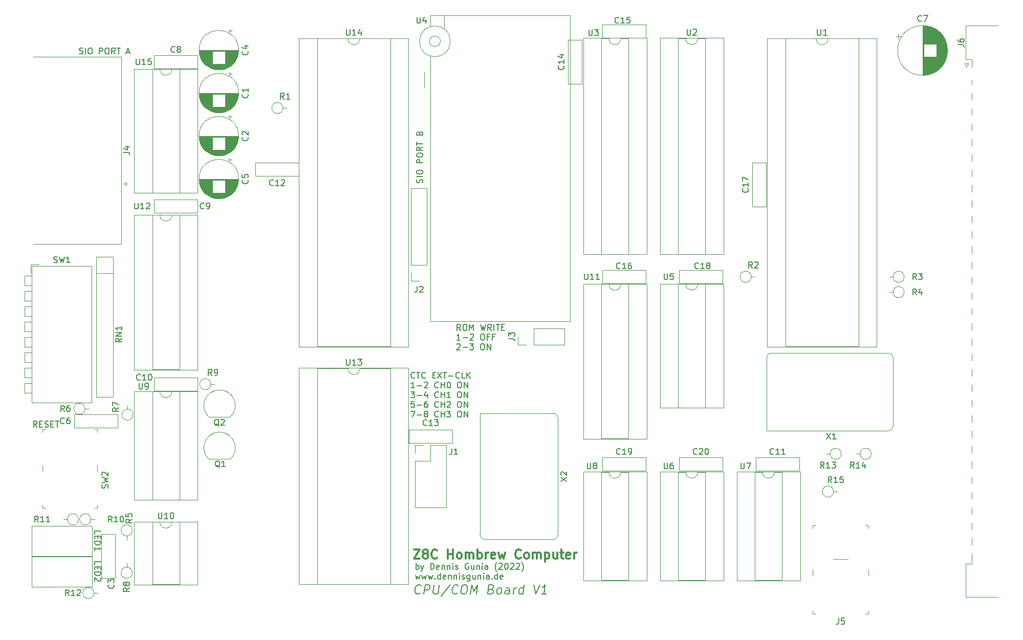
<source format=gbr>
%TF.GenerationSoftware,KiCad,Pcbnew,(6.0.4)*%
%TF.CreationDate,2022-09-27T18:30:23+02:00*%
%TF.ProjectId,Z80,5a38302e-6b69-4636-9164-5f7063625858,rev?*%
%TF.SameCoordinates,Original*%
%TF.FileFunction,Legend,Top*%
%TF.FilePolarity,Positive*%
%FSLAX46Y46*%
G04 Gerber Fmt 4.6, Leading zero omitted, Abs format (unit mm)*
G04 Created by KiCad (PCBNEW (6.0.4)) date 2022-09-27 18:30:23*
%MOMM*%
%LPD*%
G01*
G04 APERTURE LIST*
%ADD10C,0.200000*%
%ADD11C,0.300000*%
%ADD12C,0.150000*%
%ADD13C,0.120000*%
%ADD14C,0.100000*%
G04 APERTURE END LIST*
D10*
X101523523Y-100515142D02*
X101475904Y-100562761D01*
X101333047Y-100610380D01*
X101237809Y-100610380D01*
X101094952Y-100562761D01*
X100999714Y-100467523D01*
X100952095Y-100372285D01*
X100904476Y-100181809D01*
X100904476Y-100038952D01*
X100952095Y-99848476D01*
X100999714Y-99753238D01*
X101094952Y-99658000D01*
X101237809Y-99610380D01*
X101333047Y-99610380D01*
X101475904Y-99658000D01*
X101523523Y-99705619D01*
X101809238Y-99610380D02*
X102380666Y-99610380D01*
X102094952Y-100610380D02*
X102094952Y-99610380D01*
X103285428Y-100515142D02*
X103237809Y-100562761D01*
X103094952Y-100610380D01*
X102999714Y-100610380D01*
X102856857Y-100562761D01*
X102761619Y-100467523D01*
X102714000Y-100372285D01*
X102666380Y-100181809D01*
X102666380Y-100038952D01*
X102714000Y-99848476D01*
X102761619Y-99753238D01*
X102856857Y-99658000D01*
X102999714Y-99610380D01*
X103094952Y-99610380D01*
X103237809Y-99658000D01*
X103285428Y-99705619D01*
X104475904Y-100086571D02*
X104809238Y-100086571D01*
X104952095Y-100610380D02*
X104475904Y-100610380D01*
X104475904Y-99610380D01*
X104952095Y-99610380D01*
X105285428Y-99610380D02*
X105952095Y-100610380D01*
X105952095Y-99610380D02*
X105285428Y-100610380D01*
X106190190Y-99610380D02*
X106761619Y-99610380D01*
X106475904Y-100610380D02*
X106475904Y-99610380D01*
X107094952Y-100229428D02*
X107856857Y-100229428D01*
X108904476Y-100515142D02*
X108856857Y-100562761D01*
X108714000Y-100610380D01*
X108618761Y-100610380D01*
X108475904Y-100562761D01*
X108380666Y-100467523D01*
X108333047Y-100372285D01*
X108285428Y-100181809D01*
X108285428Y-100038952D01*
X108333047Y-99848476D01*
X108380666Y-99753238D01*
X108475904Y-99658000D01*
X108618761Y-99610380D01*
X108714000Y-99610380D01*
X108856857Y-99658000D01*
X108904476Y-99705619D01*
X109809238Y-100610380D02*
X109333047Y-100610380D01*
X109333047Y-99610380D01*
X110142571Y-100610380D02*
X110142571Y-99610380D01*
X110714000Y-100610380D02*
X110285428Y-100038952D01*
X110714000Y-99610380D02*
X110142571Y-100181809D01*
X101475904Y-102220380D02*
X100904476Y-102220380D01*
X101190190Y-102220380D02*
X101190190Y-101220380D01*
X101094952Y-101363238D01*
X100999714Y-101458476D01*
X100904476Y-101506095D01*
X101904476Y-101839428D02*
X102666380Y-101839428D01*
X103094952Y-101315619D02*
X103142571Y-101268000D01*
X103237809Y-101220380D01*
X103475904Y-101220380D01*
X103571142Y-101268000D01*
X103618761Y-101315619D01*
X103666380Y-101410857D01*
X103666380Y-101506095D01*
X103618761Y-101648952D01*
X103047333Y-102220380D01*
X103666380Y-102220380D01*
X105428285Y-102125142D02*
X105380666Y-102172761D01*
X105237809Y-102220380D01*
X105142571Y-102220380D01*
X104999714Y-102172761D01*
X104904476Y-102077523D01*
X104856857Y-101982285D01*
X104809238Y-101791809D01*
X104809238Y-101648952D01*
X104856857Y-101458476D01*
X104904476Y-101363238D01*
X104999714Y-101268000D01*
X105142571Y-101220380D01*
X105237809Y-101220380D01*
X105380666Y-101268000D01*
X105428285Y-101315619D01*
X105856857Y-102220380D02*
X105856857Y-101220380D01*
X105856857Y-101696571D02*
X106428285Y-101696571D01*
X106428285Y-102220380D02*
X106428285Y-101220380D01*
X107094952Y-101220380D02*
X107190190Y-101220380D01*
X107285428Y-101268000D01*
X107333047Y-101315619D01*
X107380666Y-101410857D01*
X107428285Y-101601333D01*
X107428285Y-101839428D01*
X107380666Y-102029904D01*
X107333047Y-102125142D01*
X107285428Y-102172761D01*
X107190190Y-102220380D01*
X107094952Y-102220380D01*
X106999714Y-102172761D01*
X106952095Y-102125142D01*
X106904476Y-102029904D01*
X106856857Y-101839428D01*
X106856857Y-101601333D01*
X106904476Y-101410857D01*
X106952095Y-101315619D01*
X106999714Y-101268000D01*
X107094952Y-101220380D01*
X108809238Y-101220380D02*
X108999714Y-101220380D01*
X109094952Y-101268000D01*
X109190190Y-101363238D01*
X109237809Y-101553714D01*
X109237809Y-101887047D01*
X109190190Y-102077523D01*
X109094952Y-102172761D01*
X108999714Y-102220380D01*
X108809238Y-102220380D01*
X108714000Y-102172761D01*
X108618761Y-102077523D01*
X108571142Y-101887047D01*
X108571142Y-101553714D01*
X108618761Y-101363238D01*
X108714000Y-101268000D01*
X108809238Y-101220380D01*
X109666380Y-102220380D02*
X109666380Y-101220380D01*
X110237809Y-102220380D01*
X110237809Y-101220380D01*
X100856857Y-102830380D02*
X101475904Y-102830380D01*
X101142571Y-103211333D01*
X101285428Y-103211333D01*
X101380666Y-103258952D01*
X101428285Y-103306571D01*
X101475904Y-103401809D01*
X101475904Y-103639904D01*
X101428285Y-103735142D01*
X101380666Y-103782761D01*
X101285428Y-103830380D01*
X100999714Y-103830380D01*
X100904476Y-103782761D01*
X100856857Y-103735142D01*
X101904476Y-103449428D02*
X102666380Y-103449428D01*
X103571142Y-103163714D02*
X103571142Y-103830380D01*
X103333047Y-102782761D02*
X103094952Y-103497047D01*
X103714000Y-103497047D01*
X105428285Y-103735142D02*
X105380666Y-103782761D01*
X105237809Y-103830380D01*
X105142571Y-103830380D01*
X104999714Y-103782761D01*
X104904476Y-103687523D01*
X104856857Y-103592285D01*
X104809238Y-103401809D01*
X104809238Y-103258952D01*
X104856857Y-103068476D01*
X104904476Y-102973238D01*
X104999714Y-102878000D01*
X105142571Y-102830380D01*
X105237809Y-102830380D01*
X105380666Y-102878000D01*
X105428285Y-102925619D01*
X105856857Y-103830380D02*
X105856857Y-102830380D01*
X105856857Y-103306571D02*
X106428285Y-103306571D01*
X106428285Y-103830380D02*
X106428285Y-102830380D01*
X107428285Y-103830380D02*
X106856857Y-103830380D01*
X107142571Y-103830380D02*
X107142571Y-102830380D01*
X107047333Y-102973238D01*
X106952095Y-103068476D01*
X106856857Y-103116095D01*
X108809238Y-102830380D02*
X108999714Y-102830380D01*
X109094952Y-102878000D01*
X109190190Y-102973238D01*
X109237809Y-103163714D01*
X109237809Y-103497047D01*
X109190190Y-103687523D01*
X109094952Y-103782761D01*
X108999714Y-103830380D01*
X108809238Y-103830380D01*
X108714000Y-103782761D01*
X108618761Y-103687523D01*
X108571142Y-103497047D01*
X108571142Y-103163714D01*
X108618761Y-102973238D01*
X108714000Y-102878000D01*
X108809238Y-102830380D01*
X109666380Y-103830380D02*
X109666380Y-102830380D01*
X110237809Y-103830380D01*
X110237809Y-102830380D01*
X101428285Y-104440380D02*
X100952095Y-104440380D01*
X100904476Y-104916571D01*
X100952095Y-104868952D01*
X101047333Y-104821333D01*
X101285428Y-104821333D01*
X101380666Y-104868952D01*
X101428285Y-104916571D01*
X101475904Y-105011809D01*
X101475904Y-105249904D01*
X101428285Y-105345142D01*
X101380666Y-105392761D01*
X101285428Y-105440380D01*
X101047333Y-105440380D01*
X100952095Y-105392761D01*
X100904476Y-105345142D01*
X101904476Y-105059428D02*
X102666380Y-105059428D01*
X103571142Y-104440380D02*
X103380666Y-104440380D01*
X103285428Y-104488000D01*
X103237809Y-104535619D01*
X103142571Y-104678476D01*
X103094952Y-104868952D01*
X103094952Y-105249904D01*
X103142571Y-105345142D01*
X103190190Y-105392761D01*
X103285428Y-105440380D01*
X103475904Y-105440380D01*
X103571142Y-105392761D01*
X103618761Y-105345142D01*
X103666380Y-105249904D01*
X103666380Y-105011809D01*
X103618761Y-104916571D01*
X103571142Y-104868952D01*
X103475904Y-104821333D01*
X103285428Y-104821333D01*
X103190190Y-104868952D01*
X103142571Y-104916571D01*
X103094952Y-105011809D01*
X105428285Y-105345142D02*
X105380666Y-105392761D01*
X105237809Y-105440380D01*
X105142571Y-105440380D01*
X104999714Y-105392761D01*
X104904476Y-105297523D01*
X104856857Y-105202285D01*
X104809238Y-105011809D01*
X104809238Y-104868952D01*
X104856857Y-104678476D01*
X104904476Y-104583238D01*
X104999714Y-104488000D01*
X105142571Y-104440380D01*
X105237809Y-104440380D01*
X105380666Y-104488000D01*
X105428285Y-104535619D01*
X105856857Y-105440380D02*
X105856857Y-104440380D01*
X105856857Y-104916571D02*
X106428285Y-104916571D01*
X106428285Y-105440380D02*
X106428285Y-104440380D01*
X106856857Y-104535619D02*
X106904476Y-104488000D01*
X106999714Y-104440380D01*
X107237809Y-104440380D01*
X107333047Y-104488000D01*
X107380666Y-104535619D01*
X107428285Y-104630857D01*
X107428285Y-104726095D01*
X107380666Y-104868952D01*
X106809238Y-105440380D01*
X107428285Y-105440380D01*
X108809238Y-104440380D02*
X108999714Y-104440380D01*
X109094952Y-104488000D01*
X109190190Y-104583238D01*
X109237809Y-104773714D01*
X109237809Y-105107047D01*
X109190190Y-105297523D01*
X109094952Y-105392761D01*
X108999714Y-105440380D01*
X108809238Y-105440380D01*
X108714000Y-105392761D01*
X108618761Y-105297523D01*
X108571142Y-105107047D01*
X108571142Y-104773714D01*
X108618761Y-104583238D01*
X108714000Y-104488000D01*
X108809238Y-104440380D01*
X109666380Y-105440380D02*
X109666380Y-104440380D01*
X110237809Y-105440380D01*
X110237809Y-104440380D01*
X100856857Y-106050380D02*
X101523523Y-106050380D01*
X101094952Y-107050380D01*
X101904476Y-106669428D02*
X102666380Y-106669428D01*
X103285428Y-106478952D02*
X103190190Y-106431333D01*
X103142571Y-106383714D01*
X103094952Y-106288476D01*
X103094952Y-106240857D01*
X103142571Y-106145619D01*
X103190190Y-106098000D01*
X103285428Y-106050380D01*
X103475904Y-106050380D01*
X103571142Y-106098000D01*
X103618761Y-106145619D01*
X103666380Y-106240857D01*
X103666380Y-106288476D01*
X103618761Y-106383714D01*
X103571142Y-106431333D01*
X103475904Y-106478952D01*
X103285428Y-106478952D01*
X103190190Y-106526571D01*
X103142571Y-106574190D01*
X103094952Y-106669428D01*
X103094952Y-106859904D01*
X103142571Y-106955142D01*
X103190190Y-107002761D01*
X103285428Y-107050380D01*
X103475904Y-107050380D01*
X103571142Y-107002761D01*
X103618761Y-106955142D01*
X103666380Y-106859904D01*
X103666380Y-106669428D01*
X103618761Y-106574190D01*
X103571142Y-106526571D01*
X103475904Y-106478952D01*
X105428285Y-106955142D02*
X105380666Y-107002761D01*
X105237809Y-107050380D01*
X105142571Y-107050380D01*
X104999714Y-107002761D01*
X104904476Y-106907523D01*
X104856857Y-106812285D01*
X104809238Y-106621809D01*
X104809238Y-106478952D01*
X104856857Y-106288476D01*
X104904476Y-106193238D01*
X104999714Y-106098000D01*
X105142571Y-106050380D01*
X105237809Y-106050380D01*
X105380666Y-106098000D01*
X105428285Y-106145619D01*
X105856857Y-107050380D02*
X105856857Y-106050380D01*
X105856857Y-106526571D02*
X106428285Y-106526571D01*
X106428285Y-107050380D02*
X106428285Y-106050380D01*
X106809238Y-106050380D02*
X107428285Y-106050380D01*
X107094952Y-106431333D01*
X107237809Y-106431333D01*
X107333047Y-106478952D01*
X107380666Y-106526571D01*
X107428285Y-106621809D01*
X107428285Y-106859904D01*
X107380666Y-106955142D01*
X107333047Y-107002761D01*
X107237809Y-107050380D01*
X106952095Y-107050380D01*
X106856857Y-107002761D01*
X106809238Y-106955142D01*
X108809238Y-106050380D02*
X108999714Y-106050380D01*
X109094952Y-106098000D01*
X109190190Y-106193238D01*
X109237809Y-106383714D01*
X109237809Y-106717047D01*
X109190190Y-106907523D01*
X109094952Y-107002761D01*
X108999714Y-107050380D01*
X108809238Y-107050380D01*
X108714000Y-107002761D01*
X108618761Y-106907523D01*
X108571142Y-106717047D01*
X108571142Y-106383714D01*
X108618761Y-106193238D01*
X108714000Y-106098000D01*
X108809238Y-106050380D01*
X109666380Y-107050380D02*
X109666380Y-106050380D01*
X110237809Y-107050380D01*
X110237809Y-106050380D01*
X39014123Y-108707180D02*
X38680790Y-108230990D01*
X38442695Y-108707180D02*
X38442695Y-107707180D01*
X38823647Y-107707180D01*
X38918885Y-107754800D01*
X38966504Y-107802419D01*
X39014123Y-107897657D01*
X39014123Y-108040514D01*
X38966504Y-108135752D01*
X38918885Y-108183371D01*
X38823647Y-108230990D01*
X38442695Y-108230990D01*
X39442695Y-108183371D02*
X39776028Y-108183371D01*
X39918885Y-108707180D02*
X39442695Y-108707180D01*
X39442695Y-107707180D01*
X39918885Y-107707180D01*
X40299838Y-108659561D02*
X40442695Y-108707180D01*
X40680790Y-108707180D01*
X40776028Y-108659561D01*
X40823647Y-108611942D01*
X40871266Y-108516704D01*
X40871266Y-108421466D01*
X40823647Y-108326228D01*
X40776028Y-108278609D01*
X40680790Y-108230990D01*
X40490314Y-108183371D01*
X40395076Y-108135752D01*
X40347457Y-108088133D01*
X40299838Y-107992895D01*
X40299838Y-107897657D01*
X40347457Y-107802419D01*
X40395076Y-107754800D01*
X40490314Y-107707180D01*
X40728409Y-107707180D01*
X40871266Y-107754800D01*
X41299838Y-108183371D02*
X41633171Y-108183371D01*
X41776028Y-108707180D02*
X41299838Y-108707180D01*
X41299838Y-107707180D01*
X41776028Y-107707180D01*
X42061742Y-107707180D02*
X42633171Y-107707180D01*
X42347457Y-108707180D02*
X42347457Y-107707180D01*
X102397848Y-136171714D02*
X102317491Y-136243142D01*
X102094276Y-136314571D01*
X101951419Y-136314571D01*
X101746062Y-136243142D01*
X101621062Y-136100285D01*
X101567491Y-135957428D01*
X101531776Y-135671714D01*
X101558562Y-135457428D01*
X101665705Y-135171714D01*
X101754991Y-135028857D01*
X101915705Y-134886000D01*
X102138919Y-134814571D01*
X102281776Y-134814571D01*
X102487133Y-134886000D01*
X102549633Y-134957428D01*
X103022848Y-136314571D02*
X103210348Y-134814571D01*
X103781776Y-134814571D01*
X103915705Y-134886000D01*
X103978205Y-134957428D01*
X104031776Y-135100285D01*
X104004991Y-135314571D01*
X103915705Y-135457428D01*
X103835348Y-135528857D01*
X103683562Y-135600285D01*
X103112133Y-135600285D01*
X104710348Y-134814571D02*
X104558562Y-136028857D01*
X104612133Y-136171714D01*
X104674633Y-136243142D01*
X104808562Y-136314571D01*
X105094276Y-136314571D01*
X105246062Y-136243142D01*
X105326419Y-136171714D01*
X105415705Y-136028857D01*
X105567491Y-134814571D01*
X107362133Y-134743142D02*
X105835348Y-136671714D01*
X108540705Y-136171714D02*
X108460348Y-136243142D01*
X108237133Y-136314571D01*
X108094276Y-136314571D01*
X107888919Y-136243142D01*
X107763919Y-136100285D01*
X107710348Y-135957428D01*
X107674633Y-135671714D01*
X107701419Y-135457428D01*
X107808562Y-135171714D01*
X107897848Y-135028857D01*
X108058562Y-134886000D01*
X108281776Y-134814571D01*
X108424633Y-134814571D01*
X108629991Y-134886000D01*
X108692491Y-134957428D01*
X109638919Y-134814571D02*
X109924633Y-134814571D01*
X110058562Y-134886000D01*
X110183562Y-135028857D01*
X110219276Y-135314571D01*
X110156776Y-135814571D01*
X110049633Y-136100285D01*
X109888919Y-136243142D01*
X109737133Y-136314571D01*
X109451419Y-136314571D01*
X109317491Y-136243142D01*
X109192491Y-136100285D01*
X109156776Y-135814571D01*
X109219276Y-135314571D01*
X109326419Y-135028857D01*
X109487133Y-134886000D01*
X109638919Y-134814571D01*
X110737133Y-136314571D02*
X110924633Y-134814571D01*
X111290705Y-135886000D01*
X111924633Y-134814571D01*
X111737133Y-136314571D01*
X114192491Y-135528857D02*
X114397848Y-135600285D01*
X114460348Y-135671714D01*
X114513919Y-135814571D01*
X114487133Y-136028857D01*
X114397848Y-136171714D01*
X114317491Y-136243142D01*
X114165705Y-136314571D01*
X113594276Y-136314571D01*
X113781776Y-134814571D01*
X114281776Y-134814571D01*
X114415705Y-134886000D01*
X114478205Y-134957428D01*
X114531776Y-135100285D01*
X114513919Y-135243142D01*
X114424633Y-135386000D01*
X114344276Y-135457428D01*
X114192491Y-135528857D01*
X113692491Y-135528857D01*
X115308562Y-136314571D02*
X115174633Y-136243142D01*
X115112133Y-136171714D01*
X115058562Y-136028857D01*
X115112133Y-135600285D01*
X115201419Y-135457428D01*
X115281776Y-135386000D01*
X115433562Y-135314571D01*
X115647848Y-135314571D01*
X115781776Y-135386000D01*
X115844276Y-135457428D01*
X115897848Y-135600285D01*
X115844276Y-136028857D01*
X115754991Y-136171714D01*
X115674633Y-136243142D01*
X115522848Y-136314571D01*
X115308562Y-136314571D01*
X117094276Y-136314571D02*
X117192491Y-135528857D01*
X117138919Y-135386000D01*
X117004991Y-135314571D01*
X116719276Y-135314571D01*
X116567491Y-135386000D01*
X117103205Y-136243142D02*
X116951419Y-136314571D01*
X116594276Y-136314571D01*
X116460348Y-136243142D01*
X116406776Y-136100285D01*
X116424633Y-135957428D01*
X116513919Y-135814571D01*
X116665705Y-135743142D01*
X117022848Y-135743142D01*
X117174633Y-135671714D01*
X117808562Y-136314571D02*
X117933562Y-135314571D01*
X117897848Y-135600285D02*
X117987133Y-135457428D01*
X118067491Y-135386000D01*
X118219276Y-135314571D01*
X118362133Y-135314571D01*
X119379991Y-136314571D02*
X119567491Y-134814571D01*
X119388919Y-136243142D02*
X119237133Y-136314571D01*
X118951419Y-136314571D01*
X118817491Y-136243142D01*
X118754991Y-136171714D01*
X118701419Y-136028857D01*
X118754991Y-135600285D01*
X118844276Y-135457428D01*
X118924633Y-135386000D01*
X119076419Y-135314571D01*
X119362133Y-135314571D01*
X119496062Y-135386000D01*
X121210348Y-134814571D02*
X121522848Y-136314571D01*
X122210348Y-134814571D01*
X123308562Y-136314571D02*
X122451419Y-136314571D01*
X122879991Y-136314571D02*
X123067491Y-134814571D01*
X122897848Y-135028857D01*
X122737133Y-135171714D01*
X122585348Y-135243142D01*
X109092723Y-92669980D02*
X108759390Y-92193790D01*
X108521295Y-92669980D02*
X108521295Y-91669980D01*
X108902247Y-91669980D01*
X108997485Y-91717600D01*
X109045104Y-91765219D01*
X109092723Y-91860457D01*
X109092723Y-92003314D01*
X109045104Y-92098552D01*
X108997485Y-92146171D01*
X108902247Y-92193790D01*
X108521295Y-92193790D01*
X109711771Y-91669980D02*
X109902247Y-91669980D01*
X109997485Y-91717600D01*
X110092723Y-91812838D01*
X110140342Y-92003314D01*
X110140342Y-92336647D01*
X110092723Y-92527123D01*
X109997485Y-92622361D01*
X109902247Y-92669980D01*
X109711771Y-92669980D01*
X109616533Y-92622361D01*
X109521295Y-92527123D01*
X109473676Y-92336647D01*
X109473676Y-92003314D01*
X109521295Y-91812838D01*
X109616533Y-91717600D01*
X109711771Y-91669980D01*
X110568914Y-92669980D02*
X110568914Y-91669980D01*
X110902247Y-92384266D01*
X111235580Y-91669980D01*
X111235580Y-92669980D01*
X112378438Y-91669980D02*
X112616533Y-92669980D01*
X112807009Y-91955695D01*
X112997485Y-92669980D01*
X113235580Y-91669980D01*
X114187961Y-92669980D02*
X113854628Y-92193790D01*
X113616533Y-92669980D02*
X113616533Y-91669980D01*
X113997485Y-91669980D01*
X114092723Y-91717600D01*
X114140342Y-91765219D01*
X114187961Y-91860457D01*
X114187961Y-92003314D01*
X114140342Y-92098552D01*
X114092723Y-92146171D01*
X113997485Y-92193790D01*
X113616533Y-92193790D01*
X114616533Y-92669980D02*
X114616533Y-91669980D01*
X114949866Y-91669980D02*
X115521295Y-91669980D01*
X115235580Y-92669980D02*
X115235580Y-91669980D01*
X115854628Y-92146171D02*
X116187961Y-92146171D01*
X116330819Y-92669980D02*
X115854628Y-92669980D01*
X115854628Y-91669980D01*
X116330819Y-91669980D01*
X109045104Y-94279980D02*
X108473676Y-94279980D01*
X108759390Y-94279980D02*
X108759390Y-93279980D01*
X108664152Y-93422838D01*
X108568914Y-93518076D01*
X108473676Y-93565695D01*
X109473676Y-93899028D02*
X110235580Y-93899028D01*
X110664152Y-93375219D02*
X110711771Y-93327600D01*
X110807009Y-93279980D01*
X111045104Y-93279980D01*
X111140342Y-93327600D01*
X111187961Y-93375219D01*
X111235580Y-93470457D01*
X111235580Y-93565695D01*
X111187961Y-93708552D01*
X110616533Y-94279980D01*
X111235580Y-94279980D01*
X112616533Y-93279980D02*
X112807009Y-93279980D01*
X112902247Y-93327600D01*
X112997485Y-93422838D01*
X113045104Y-93613314D01*
X113045104Y-93946647D01*
X112997485Y-94137123D01*
X112902247Y-94232361D01*
X112807009Y-94279980D01*
X112616533Y-94279980D01*
X112521295Y-94232361D01*
X112426057Y-94137123D01*
X112378438Y-93946647D01*
X112378438Y-93613314D01*
X112426057Y-93422838D01*
X112521295Y-93327600D01*
X112616533Y-93279980D01*
X113807009Y-93756171D02*
X113473676Y-93756171D01*
X113473676Y-94279980D02*
X113473676Y-93279980D01*
X113949866Y-93279980D01*
X114664152Y-93756171D02*
X114330819Y-93756171D01*
X114330819Y-94279980D02*
X114330819Y-93279980D01*
X114807009Y-93279980D01*
X108473676Y-94985219D02*
X108521295Y-94937600D01*
X108616533Y-94889980D01*
X108854628Y-94889980D01*
X108949866Y-94937600D01*
X108997485Y-94985219D01*
X109045104Y-95080457D01*
X109045104Y-95175695D01*
X108997485Y-95318552D01*
X108426057Y-95889980D01*
X109045104Y-95889980D01*
X109473676Y-95509028D02*
X110235580Y-95509028D01*
X110616533Y-94889980D02*
X111235580Y-94889980D01*
X110902247Y-95270933D01*
X111045104Y-95270933D01*
X111140342Y-95318552D01*
X111187961Y-95366171D01*
X111235580Y-95461409D01*
X111235580Y-95699504D01*
X111187961Y-95794742D01*
X111140342Y-95842361D01*
X111045104Y-95889980D01*
X110759390Y-95889980D01*
X110664152Y-95842361D01*
X110616533Y-95794742D01*
X112616533Y-94889980D02*
X112807009Y-94889980D01*
X112902247Y-94937600D01*
X112997485Y-95032838D01*
X113045104Y-95223314D01*
X113045104Y-95556647D01*
X112997485Y-95747123D01*
X112902247Y-95842361D01*
X112807009Y-95889980D01*
X112616533Y-95889980D01*
X112521295Y-95842361D01*
X112426057Y-95747123D01*
X112378438Y-95556647D01*
X112378438Y-95223314D01*
X112426057Y-95032838D01*
X112521295Y-94937600D01*
X112616533Y-94889980D01*
X113473676Y-95889980D02*
X113473676Y-94889980D01*
X114045104Y-95889980D01*
X114045104Y-94889980D01*
X101714095Y-132235380D02*
X101714095Y-131235380D01*
X101714095Y-131616333D02*
X101809333Y-131568714D01*
X101999809Y-131568714D01*
X102095047Y-131616333D01*
X102142666Y-131663952D01*
X102190285Y-131759190D01*
X102190285Y-132044904D01*
X102142666Y-132140142D01*
X102095047Y-132187761D01*
X101999809Y-132235380D01*
X101809333Y-132235380D01*
X101714095Y-132187761D01*
X102523619Y-131568714D02*
X102761714Y-132235380D01*
X102999809Y-131568714D02*
X102761714Y-132235380D01*
X102666476Y-132473476D01*
X102618857Y-132521095D01*
X102523619Y-132568714D01*
X104142666Y-132235380D02*
X104142666Y-131235380D01*
X104380761Y-131235380D01*
X104523619Y-131283000D01*
X104618857Y-131378238D01*
X104666476Y-131473476D01*
X104714095Y-131663952D01*
X104714095Y-131806809D01*
X104666476Y-131997285D01*
X104618857Y-132092523D01*
X104523619Y-132187761D01*
X104380761Y-132235380D01*
X104142666Y-132235380D01*
X105523619Y-132187761D02*
X105428380Y-132235380D01*
X105237904Y-132235380D01*
X105142666Y-132187761D01*
X105095047Y-132092523D01*
X105095047Y-131711571D01*
X105142666Y-131616333D01*
X105237904Y-131568714D01*
X105428380Y-131568714D01*
X105523619Y-131616333D01*
X105571238Y-131711571D01*
X105571238Y-131806809D01*
X105095047Y-131902047D01*
X105999809Y-131568714D02*
X105999809Y-132235380D01*
X105999809Y-131663952D02*
X106047428Y-131616333D01*
X106142666Y-131568714D01*
X106285523Y-131568714D01*
X106380761Y-131616333D01*
X106428380Y-131711571D01*
X106428380Y-132235380D01*
X106904571Y-131568714D02*
X106904571Y-132235380D01*
X106904571Y-131663952D02*
X106952190Y-131616333D01*
X107047428Y-131568714D01*
X107190285Y-131568714D01*
X107285523Y-131616333D01*
X107333142Y-131711571D01*
X107333142Y-132235380D01*
X107809333Y-132235380D02*
X107809333Y-131568714D01*
X107809333Y-131235380D02*
X107761714Y-131283000D01*
X107809333Y-131330619D01*
X107856952Y-131283000D01*
X107809333Y-131235380D01*
X107809333Y-131330619D01*
X108237904Y-132187761D02*
X108333142Y-132235380D01*
X108523619Y-132235380D01*
X108618857Y-132187761D01*
X108666476Y-132092523D01*
X108666476Y-132044904D01*
X108618857Y-131949666D01*
X108523619Y-131902047D01*
X108380761Y-131902047D01*
X108285523Y-131854428D01*
X108237904Y-131759190D01*
X108237904Y-131711571D01*
X108285523Y-131616333D01*
X108380761Y-131568714D01*
X108523619Y-131568714D01*
X108618857Y-131616333D01*
X110380761Y-131283000D02*
X110285523Y-131235380D01*
X110142666Y-131235380D01*
X109999809Y-131283000D01*
X109904571Y-131378238D01*
X109856952Y-131473476D01*
X109809333Y-131663952D01*
X109809333Y-131806809D01*
X109856952Y-131997285D01*
X109904571Y-132092523D01*
X109999809Y-132187761D01*
X110142666Y-132235380D01*
X110237904Y-132235380D01*
X110380761Y-132187761D01*
X110428380Y-132140142D01*
X110428380Y-131806809D01*
X110237904Y-131806809D01*
X111285523Y-131568714D02*
X111285523Y-132235380D01*
X110856952Y-131568714D02*
X110856952Y-132092523D01*
X110904571Y-132187761D01*
X110999809Y-132235380D01*
X111142666Y-132235380D01*
X111237904Y-132187761D01*
X111285523Y-132140142D01*
X111761714Y-131568714D02*
X111761714Y-132235380D01*
X111761714Y-131663952D02*
X111809333Y-131616333D01*
X111904571Y-131568714D01*
X112047428Y-131568714D01*
X112142666Y-131616333D01*
X112190285Y-131711571D01*
X112190285Y-132235380D01*
X112666476Y-132235380D02*
X112666476Y-131568714D01*
X112666476Y-131235380D02*
X112618857Y-131283000D01*
X112666476Y-131330619D01*
X112714095Y-131283000D01*
X112666476Y-131235380D01*
X112666476Y-131330619D01*
X113571238Y-132235380D02*
X113571238Y-131711571D01*
X113523619Y-131616333D01*
X113428380Y-131568714D01*
X113237904Y-131568714D01*
X113142666Y-131616333D01*
X113571238Y-132187761D02*
X113476000Y-132235380D01*
X113237904Y-132235380D01*
X113142666Y-132187761D01*
X113095047Y-132092523D01*
X113095047Y-131997285D01*
X113142666Y-131902047D01*
X113237904Y-131854428D01*
X113476000Y-131854428D01*
X113571238Y-131806809D01*
X115095047Y-132616333D02*
X115047428Y-132568714D01*
X114952190Y-132425857D01*
X114904571Y-132330619D01*
X114856952Y-132187761D01*
X114809333Y-131949666D01*
X114809333Y-131759190D01*
X114856952Y-131521095D01*
X114904571Y-131378238D01*
X114952190Y-131283000D01*
X115047428Y-131140142D01*
X115095047Y-131092523D01*
X115428380Y-131330619D02*
X115476000Y-131283000D01*
X115571238Y-131235380D01*
X115809333Y-131235380D01*
X115904571Y-131283000D01*
X115952190Y-131330619D01*
X115999809Y-131425857D01*
X115999809Y-131521095D01*
X115952190Y-131663952D01*
X115380761Y-132235380D01*
X115999809Y-132235380D01*
X116618857Y-131235380D02*
X116714095Y-131235380D01*
X116809333Y-131283000D01*
X116856952Y-131330619D01*
X116904571Y-131425857D01*
X116952190Y-131616333D01*
X116952190Y-131854428D01*
X116904571Y-132044904D01*
X116856952Y-132140142D01*
X116809333Y-132187761D01*
X116714095Y-132235380D01*
X116618857Y-132235380D01*
X116523619Y-132187761D01*
X116476000Y-132140142D01*
X116428380Y-132044904D01*
X116380761Y-131854428D01*
X116380761Y-131616333D01*
X116428380Y-131425857D01*
X116476000Y-131330619D01*
X116523619Y-131283000D01*
X116618857Y-131235380D01*
X117333142Y-131330619D02*
X117380761Y-131283000D01*
X117476000Y-131235380D01*
X117714095Y-131235380D01*
X117809333Y-131283000D01*
X117856952Y-131330619D01*
X117904571Y-131425857D01*
X117904571Y-131521095D01*
X117856952Y-131663952D01*
X117285523Y-132235380D01*
X117904571Y-132235380D01*
X118285523Y-131330619D02*
X118333142Y-131283000D01*
X118428380Y-131235380D01*
X118666476Y-131235380D01*
X118761714Y-131283000D01*
X118809333Y-131330619D01*
X118856952Y-131425857D01*
X118856952Y-131521095D01*
X118809333Y-131663952D01*
X118237904Y-132235380D01*
X118856952Y-132235380D01*
X119190285Y-132616333D02*
X119237904Y-132568714D01*
X119333142Y-132425857D01*
X119380761Y-132330619D01*
X119428380Y-132187761D01*
X119476000Y-131949666D01*
X119476000Y-131759190D01*
X119428380Y-131521095D01*
X119380761Y-131378238D01*
X119333142Y-131283000D01*
X119237904Y-131140142D01*
X119190285Y-131092523D01*
X101618857Y-133178714D02*
X101809333Y-133845380D01*
X101999809Y-133369190D01*
X102190285Y-133845380D01*
X102380761Y-133178714D01*
X102666476Y-133178714D02*
X102856952Y-133845380D01*
X103047428Y-133369190D01*
X103237904Y-133845380D01*
X103428380Y-133178714D01*
X103714095Y-133178714D02*
X103904571Y-133845380D01*
X104095047Y-133369190D01*
X104285523Y-133845380D01*
X104476000Y-133178714D01*
X104856952Y-133750142D02*
X104904571Y-133797761D01*
X104856952Y-133845380D01*
X104809333Y-133797761D01*
X104856952Y-133750142D01*
X104856952Y-133845380D01*
X105761714Y-133845380D02*
X105761714Y-132845380D01*
X105761714Y-133797761D02*
X105666476Y-133845380D01*
X105476000Y-133845380D01*
X105380761Y-133797761D01*
X105333142Y-133750142D01*
X105285523Y-133654904D01*
X105285523Y-133369190D01*
X105333142Y-133273952D01*
X105380761Y-133226333D01*
X105476000Y-133178714D01*
X105666476Y-133178714D01*
X105761714Y-133226333D01*
X106618857Y-133797761D02*
X106523619Y-133845380D01*
X106333142Y-133845380D01*
X106237904Y-133797761D01*
X106190285Y-133702523D01*
X106190285Y-133321571D01*
X106237904Y-133226333D01*
X106333142Y-133178714D01*
X106523619Y-133178714D01*
X106618857Y-133226333D01*
X106666476Y-133321571D01*
X106666476Y-133416809D01*
X106190285Y-133512047D01*
X107095047Y-133178714D02*
X107095047Y-133845380D01*
X107095047Y-133273952D02*
X107142666Y-133226333D01*
X107237904Y-133178714D01*
X107380761Y-133178714D01*
X107476000Y-133226333D01*
X107523619Y-133321571D01*
X107523619Y-133845380D01*
X107999809Y-133178714D02*
X107999809Y-133845380D01*
X107999809Y-133273952D02*
X108047428Y-133226333D01*
X108142666Y-133178714D01*
X108285523Y-133178714D01*
X108380761Y-133226333D01*
X108428380Y-133321571D01*
X108428380Y-133845380D01*
X108904571Y-133845380D02*
X108904571Y-133178714D01*
X108904571Y-132845380D02*
X108856952Y-132893000D01*
X108904571Y-132940619D01*
X108952190Y-132893000D01*
X108904571Y-132845380D01*
X108904571Y-132940619D01*
X109333142Y-133797761D02*
X109428380Y-133845380D01*
X109618857Y-133845380D01*
X109714095Y-133797761D01*
X109761714Y-133702523D01*
X109761714Y-133654904D01*
X109714095Y-133559666D01*
X109618857Y-133512047D01*
X109476000Y-133512047D01*
X109380761Y-133464428D01*
X109333142Y-133369190D01*
X109333142Y-133321571D01*
X109380761Y-133226333D01*
X109476000Y-133178714D01*
X109618857Y-133178714D01*
X109714095Y-133226333D01*
X110618857Y-133178714D02*
X110618857Y-133988238D01*
X110571238Y-134083476D01*
X110523619Y-134131095D01*
X110428380Y-134178714D01*
X110285523Y-134178714D01*
X110190285Y-134131095D01*
X110618857Y-133797761D02*
X110523619Y-133845380D01*
X110333142Y-133845380D01*
X110237904Y-133797761D01*
X110190285Y-133750142D01*
X110142666Y-133654904D01*
X110142666Y-133369190D01*
X110190285Y-133273952D01*
X110237904Y-133226333D01*
X110333142Y-133178714D01*
X110523619Y-133178714D01*
X110618857Y-133226333D01*
X111523619Y-133178714D02*
X111523619Y-133845380D01*
X111095047Y-133178714D02*
X111095047Y-133702523D01*
X111142666Y-133797761D01*
X111237904Y-133845380D01*
X111380761Y-133845380D01*
X111476000Y-133797761D01*
X111523619Y-133750142D01*
X111999809Y-133178714D02*
X111999809Y-133845380D01*
X111999809Y-133273952D02*
X112047428Y-133226333D01*
X112142666Y-133178714D01*
X112285523Y-133178714D01*
X112380761Y-133226333D01*
X112428380Y-133321571D01*
X112428380Y-133845380D01*
X112904571Y-133845380D02*
X112904571Y-133178714D01*
X112904571Y-132845380D02*
X112856952Y-132893000D01*
X112904571Y-132940619D01*
X112952190Y-132893000D01*
X112904571Y-132845380D01*
X112904571Y-132940619D01*
X113809333Y-133845380D02*
X113809333Y-133321571D01*
X113761714Y-133226333D01*
X113666476Y-133178714D01*
X113476000Y-133178714D01*
X113380761Y-133226333D01*
X113809333Y-133797761D02*
X113714095Y-133845380D01*
X113476000Y-133845380D01*
X113380761Y-133797761D01*
X113333142Y-133702523D01*
X113333142Y-133607285D01*
X113380761Y-133512047D01*
X113476000Y-133464428D01*
X113714095Y-133464428D01*
X113809333Y-133416809D01*
X114285523Y-133750142D02*
X114333142Y-133797761D01*
X114285523Y-133845380D01*
X114237904Y-133797761D01*
X114285523Y-133750142D01*
X114285523Y-133845380D01*
X115190285Y-133845380D02*
X115190285Y-132845380D01*
X115190285Y-133797761D02*
X115095047Y-133845380D01*
X114904571Y-133845380D01*
X114809333Y-133797761D01*
X114761714Y-133750142D01*
X114714095Y-133654904D01*
X114714095Y-133369190D01*
X114761714Y-133273952D01*
X114809333Y-133226333D01*
X114904571Y-133178714D01*
X115095047Y-133178714D01*
X115190285Y-133226333D01*
X116047428Y-133797761D02*
X115952190Y-133845380D01*
X115761714Y-133845380D01*
X115666476Y-133797761D01*
X115618857Y-133702523D01*
X115618857Y-133321571D01*
X115666476Y-133226333D01*
X115761714Y-133178714D01*
X115952190Y-133178714D01*
X116047428Y-133226333D01*
X116095047Y-133321571D01*
X116095047Y-133416809D01*
X115618857Y-133512047D01*
X46040476Y-46886761D02*
X46183333Y-46934380D01*
X46421428Y-46934380D01*
X46516666Y-46886761D01*
X46564285Y-46839142D01*
X46611904Y-46743904D01*
X46611904Y-46648666D01*
X46564285Y-46553428D01*
X46516666Y-46505809D01*
X46421428Y-46458190D01*
X46230952Y-46410571D01*
X46135714Y-46362952D01*
X46088095Y-46315333D01*
X46040476Y-46220095D01*
X46040476Y-46124857D01*
X46088095Y-46029619D01*
X46135714Y-45982000D01*
X46230952Y-45934380D01*
X46469047Y-45934380D01*
X46611904Y-45982000D01*
X47040476Y-46934380D02*
X47040476Y-45934380D01*
X47707142Y-45934380D02*
X47897619Y-45934380D01*
X47992857Y-45982000D01*
X48088095Y-46077238D01*
X48135714Y-46267714D01*
X48135714Y-46601047D01*
X48088095Y-46791523D01*
X47992857Y-46886761D01*
X47897619Y-46934380D01*
X47707142Y-46934380D01*
X47611904Y-46886761D01*
X47516666Y-46791523D01*
X47469047Y-46601047D01*
X47469047Y-46267714D01*
X47516666Y-46077238D01*
X47611904Y-45982000D01*
X47707142Y-45934380D01*
X49326190Y-46934380D02*
X49326190Y-45934380D01*
X49707142Y-45934380D01*
X49802380Y-45982000D01*
X49850000Y-46029619D01*
X49897619Y-46124857D01*
X49897619Y-46267714D01*
X49850000Y-46362952D01*
X49802380Y-46410571D01*
X49707142Y-46458190D01*
X49326190Y-46458190D01*
X50516666Y-45934380D02*
X50707142Y-45934380D01*
X50802380Y-45982000D01*
X50897619Y-46077238D01*
X50945238Y-46267714D01*
X50945238Y-46601047D01*
X50897619Y-46791523D01*
X50802380Y-46886761D01*
X50707142Y-46934380D01*
X50516666Y-46934380D01*
X50421428Y-46886761D01*
X50326190Y-46791523D01*
X50278571Y-46601047D01*
X50278571Y-46267714D01*
X50326190Y-46077238D01*
X50421428Y-45982000D01*
X50516666Y-45934380D01*
X51945238Y-46934380D02*
X51611904Y-46458190D01*
X51373809Y-46934380D02*
X51373809Y-45934380D01*
X51754761Y-45934380D01*
X51850000Y-45982000D01*
X51897619Y-46029619D01*
X51945238Y-46124857D01*
X51945238Y-46267714D01*
X51897619Y-46362952D01*
X51850000Y-46410571D01*
X51754761Y-46458190D01*
X51373809Y-46458190D01*
X52230952Y-45934380D02*
X52802380Y-45934380D01*
X52516666Y-46934380D02*
X52516666Y-45934380D01*
X53850000Y-46648666D02*
X54326190Y-46648666D01*
X53754761Y-46934380D02*
X54088095Y-45934380D01*
X54421428Y-46934380D01*
D11*
X101343714Y-128972571D02*
X102343714Y-128972571D01*
X101343714Y-130472571D01*
X102343714Y-130472571D01*
X103129428Y-129615428D02*
X102986571Y-129544000D01*
X102915142Y-129472571D01*
X102843714Y-129329714D01*
X102843714Y-129258285D01*
X102915142Y-129115428D01*
X102986571Y-129044000D01*
X103129428Y-128972571D01*
X103415142Y-128972571D01*
X103558000Y-129044000D01*
X103629428Y-129115428D01*
X103700857Y-129258285D01*
X103700857Y-129329714D01*
X103629428Y-129472571D01*
X103558000Y-129544000D01*
X103415142Y-129615428D01*
X103129428Y-129615428D01*
X102986571Y-129686857D01*
X102915142Y-129758285D01*
X102843714Y-129901142D01*
X102843714Y-130186857D01*
X102915142Y-130329714D01*
X102986571Y-130401142D01*
X103129428Y-130472571D01*
X103415142Y-130472571D01*
X103558000Y-130401142D01*
X103629428Y-130329714D01*
X103700857Y-130186857D01*
X103700857Y-129901142D01*
X103629428Y-129758285D01*
X103558000Y-129686857D01*
X103415142Y-129615428D01*
X105200857Y-130329714D02*
X105129428Y-130401142D01*
X104915142Y-130472571D01*
X104772285Y-130472571D01*
X104558000Y-130401142D01*
X104415142Y-130258285D01*
X104343714Y-130115428D01*
X104272285Y-129829714D01*
X104272285Y-129615428D01*
X104343714Y-129329714D01*
X104415142Y-129186857D01*
X104558000Y-129044000D01*
X104772285Y-128972571D01*
X104915142Y-128972571D01*
X105129428Y-129044000D01*
X105200857Y-129115428D01*
X106986571Y-130472571D02*
X106986571Y-128972571D01*
X106986571Y-129686857D02*
X107843714Y-129686857D01*
X107843714Y-130472571D02*
X107843714Y-128972571D01*
X108772285Y-130472571D02*
X108629428Y-130401142D01*
X108558000Y-130329714D01*
X108486571Y-130186857D01*
X108486571Y-129758285D01*
X108558000Y-129615428D01*
X108629428Y-129544000D01*
X108772285Y-129472571D01*
X108986571Y-129472571D01*
X109129428Y-129544000D01*
X109200857Y-129615428D01*
X109272285Y-129758285D01*
X109272285Y-130186857D01*
X109200857Y-130329714D01*
X109129428Y-130401142D01*
X108986571Y-130472571D01*
X108772285Y-130472571D01*
X109915142Y-130472571D02*
X109915142Y-129472571D01*
X109915142Y-129615428D02*
X109986571Y-129544000D01*
X110129428Y-129472571D01*
X110343714Y-129472571D01*
X110486571Y-129544000D01*
X110558000Y-129686857D01*
X110558000Y-130472571D01*
X110558000Y-129686857D02*
X110629428Y-129544000D01*
X110772285Y-129472571D01*
X110986571Y-129472571D01*
X111129428Y-129544000D01*
X111200857Y-129686857D01*
X111200857Y-130472571D01*
X111915142Y-130472571D02*
X111915142Y-128972571D01*
X111915142Y-129544000D02*
X112058000Y-129472571D01*
X112343714Y-129472571D01*
X112486571Y-129544000D01*
X112558000Y-129615428D01*
X112629428Y-129758285D01*
X112629428Y-130186857D01*
X112558000Y-130329714D01*
X112486571Y-130401142D01*
X112343714Y-130472571D01*
X112058000Y-130472571D01*
X111915142Y-130401142D01*
X113272285Y-130472571D02*
X113272285Y-129472571D01*
X113272285Y-129758285D02*
X113343714Y-129615428D01*
X113415142Y-129544000D01*
X113558000Y-129472571D01*
X113700857Y-129472571D01*
X114772285Y-130401142D02*
X114629428Y-130472571D01*
X114343714Y-130472571D01*
X114200857Y-130401142D01*
X114129428Y-130258285D01*
X114129428Y-129686857D01*
X114200857Y-129544000D01*
X114343714Y-129472571D01*
X114629428Y-129472571D01*
X114772285Y-129544000D01*
X114843714Y-129686857D01*
X114843714Y-129829714D01*
X114129428Y-129972571D01*
X115343714Y-129472571D02*
X115629428Y-130472571D01*
X115915142Y-129758285D01*
X116200857Y-130472571D01*
X116486571Y-129472571D01*
X119058000Y-130329714D02*
X118986571Y-130401142D01*
X118772285Y-130472571D01*
X118629428Y-130472571D01*
X118415142Y-130401142D01*
X118272285Y-130258285D01*
X118200857Y-130115428D01*
X118129428Y-129829714D01*
X118129428Y-129615428D01*
X118200857Y-129329714D01*
X118272285Y-129186857D01*
X118415142Y-129044000D01*
X118629428Y-128972571D01*
X118772285Y-128972571D01*
X118986571Y-129044000D01*
X119058000Y-129115428D01*
X119915142Y-130472571D02*
X119772285Y-130401142D01*
X119700857Y-130329714D01*
X119629428Y-130186857D01*
X119629428Y-129758285D01*
X119700857Y-129615428D01*
X119772285Y-129544000D01*
X119915142Y-129472571D01*
X120129428Y-129472571D01*
X120272285Y-129544000D01*
X120343714Y-129615428D01*
X120415142Y-129758285D01*
X120415142Y-130186857D01*
X120343714Y-130329714D01*
X120272285Y-130401142D01*
X120129428Y-130472571D01*
X119915142Y-130472571D01*
X121058000Y-130472571D02*
X121058000Y-129472571D01*
X121058000Y-129615428D02*
X121129428Y-129544000D01*
X121272285Y-129472571D01*
X121486571Y-129472571D01*
X121629428Y-129544000D01*
X121700857Y-129686857D01*
X121700857Y-130472571D01*
X121700857Y-129686857D02*
X121772285Y-129544000D01*
X121915142Y-129472571D01*
X122129428Y-129472571D01*
X122272285Y-129544000D01*
X122343714Y-129686857D01*
X122343714Y-130472571D01*
X123058000Y-129472571D02*
X123058000Y-130972571D01*
X123058000Y-129544000D02*
X123200857Y-129472571D01*
X123486571Y-129472571D01*
X123629428Y-129544000D01*
X123700857Y-129615428D01*
X123772285Y-129758285D01*
X123772285Y-130186857D01*
X123700857Y-130329714D01*
X123629428Y-130401142D01*
X123486571Y-130472571D01*
X123200857Y-130472571D01*
X123058000Y-130401142D01*
X125058000Y-129472571D02*
X125058000Y-130472571D01*
X124415142Y-129472571D02*
X124415142Y-130258285D01*
X124486571Y-130401142D01*
X124629428Y-130472571D01*
X124843714Y-130472571D01*
X124986571Y-130401142D01*
X125058000Y-130329714D01*
X125558000Y-129472571D02*
X126129428Y-129472571D01*
X125772285Y-128972571D02*
X125772285Y-130258285D01*
X125843714Y-130401142D01*
X125986571Y-130472571D01*
X126129428Y-130472571D01*
X127200857Y-130401142D02*
X127058000Y-130472571D01*
X126772285Y-130472571D01*
X126629428Y-130401142D01*
X126558000Y-130258285D01*
X126558000Y-129686857D01*
X126629428Y-129544000D01*
X126772285Y-129472571D01*
X127058000Y-129472571D01*
X127200857Y-129544000D01*
X127272285Y-129686857D01*
X127272285Y-129829714D01*
X126558000Y-129972571D01*
X127915142Y-130472571D02*
X127915142Y-129472571D01*
X127915142Y-129758285D02*
X127986571Y-129615428D01*
X128058000Y-129544000D01*
X128200857Y-129472571D01*
X128343714Y-129472571D01*
D10*
X102766761Y-68259523D02*
X102814380Y-68116666D01*
X102814380Y-67878571D01*
X102766761Y-67783333D01*
X102719142Y-67735714D01*
X102623904Y-67688095D01*
X102528666Y-67688095D01*
X102433428Y-67735714D01*
X102385809Y-67783333D01*
X102338190Y-67878571D01*
X102290571Y-68069047D01*
X102242952Y-68164285D01*
X102195333Y-68211904D01*
X102100095Y-68259523D01*
X102004857Y-68259523D01*
X101909619Y-68211904D01*
X101862000Y-68164285D01*
X101814380Y-68069047D01*
X101814380Y-67830952D01*
X101862000Y-67688095D01*
X102814380Y-67259523D02*
X101814380Y-67259523D01*
X101814380Y-66592857D02*
X101814380Y-66402380D01*
X101862000Y-66307142D01*
X101957238Y-66211904D01*
X102147714Y-66164285D01*
X102481047Y-66164285D01*
X102671523Y-66211904D01*
X102766761Y-66307142D01*
X102814380Y-66402380D01*
X102814380Y-66592857D01*
X102766761Y-66688095D01*
X102671523Y-66783333D01*
X102481047Y-66830952D01*
X102147714Y-66830952D01*
X101957238Y-66783333D01*
X101862000Y-66688095D01*
X101814380Y-66592857D01*
X102814380Y-64973809D02*
X101814380Y-64973809D01*
X101814380Y-64592857D01*
X101862000Y-64497619D01*
X101909619Y-64450000D01*
X102004857Y-64402380D01*
X102147714Y-64402380D01*
X102242952Y-64450000D01*
X102290571Y-64497619D01*
X102338190Y-64592857D01*
X102338190Y-64973809D01*
X101814380Y-63783333D02*
X101814380Y-63592857D01*
X101862000Y-63497619D01*
X101957238Y-63402380D01*
X102147714Y-63354761D01*
X102481047Y-63354761D01*
X102671523Y-63402380D01*
X102766761Y-63497619D01*
X102814380Y-63592857D01*
X102814380Y-63783333D01*
X102766761Y-63878571D01*
X102671523Y-63973809D01*
X102481047Y-64021428D01*
X102147714Y-64021428D01*
X101957238Y-63973809D01*
X101862000Y-63878571D01*
X101814380Y-63783333D01*
X102814380Y-62354761D02*
X102338190Y-62688095D01*
X102814380Y-62926190D02*
X101814380Y-62926190D01*
X101814380Y-62545238D01*
X101862000Y-62450000D01*
X101909619Y-62402380D01*
X102004857Y-62354761D01*
X102147714Y-62354761D01*
X102242952Y-62402380D01*
X102290571Y-62450000D01*
X102338190Y-62545238D01*
X102338190Y-62926190D01*
X101814380Y-62069047D02*
X101814380Y-61497619D01*
X102814380Y-61783333D02*
X101814380Y-61783333D01*
X102290571Y-60069047D02*
X102338190Y-59926190D01*
X102385809Y-59878571D01*
X102481047Y-59830952D01*
X102623904Y-59830952D01*
X102719142Y-59878571D01*
X102766761Y-59926190D01*
X102814380Y-60021428D01*
X102814380Y-60402380D01*
X101814380Y-60402380D01*
X101814380Y-60069047D01*
X101862000Y-59973809D01*
X101909619Y-59926190D01*
X102004857Y-59878571D01*
X102100095Y-59878571D01*
X102195333Y-59926190D01*
X102242952Y-59973809D01*
X102290571Y-60069047D01*
X102290571Y-60402380D01*
D12*
%TO.C,R15*%
X170502342Y-117886980D02*
X170169009Y-117410790D01*
X169930914Y-117886980D02*
X169930914Y-116886980D01*
X170311866Y-116886980D01*
X170407104Y-116934600D01*
X170454723Y-116982219D01*
X170502342Y-117077457D01*
X170502342Y-117220314D01*
X170454723Y-117315552D01*
X170407104Y-117363171D01*
X170311866Y-117410790D01*
X169930914Y-117410790D01*
X171454723Y-117886980D02*
X170883295Y-117886980D01*
X171169009Y-117886980D02*
X171169009Y-116886980D01*
X171073771Y-117029838D01*
X170978533Y-117125076D01*
X170883295Y-117172695D01*
X172359485Y-116886980D02*
X171883295Y-116886980D01*
X171835676Y-117363171D01*
X171883295Y-117315552D01*
X171978533Y-117267933D01*
X172216628Y-117267933D01*
X172311866Y-117315552D01*
X172359485Y-117363171D01*
X172407104Y-117458409D01*
X172407104Y-117696504D01*
X172359485Y-117791742D01*
X172311866Y-117839361D01*
X172216628Y-117886980D01*
X171978533Y-117886980D01*
X171883295Y-117839361D01*
X171835676Y-117791742D01*
%TO.C,R14*%
X174186142Y-115478580D02*
X173852809Y-115002390D01*
X173614714Y-115478580D02*
X173614714Y-114478580D01*
X173995666Y-114478580D01*
X174090904Y-114526200D01*
X174138523Y-114573819D01*
X174186142Y-114669057D01*
X174186142Y-114811914D01*
X174138523Y-114907152D01*
X174090904Y-114954771D01*
X173995666Y-115002390D01*
X173614714Y-115002390D01*
X175138523Y-115478580D02*
X174567095Y-115478580D01*
X174852809Y-115478580D02*
X174852809Y-114478580D01*
X174757571Y-114621438D01*
X174662333Y-114716676D01*
X174567095Y-114764295D01*
X175995666Y-114811914D02*
X175995666Y-115478580D01*
X175757571Y-114430961D02*
X175519476Y-115145247D01*
X176138523Y-115145247D01*
%TO.C,R13*%
X169232342Y-115478580D02*
X168899009Y-115002390D01*
X168660914Y-115478580D02*
X168660914Y-114478580D01*
X169041866Y-114478580D01*
X169137104Y-114526200D01*
X169184723Y-114573819D01*
X169232342Y-114669057D01*
X169232342Y-114811914D01*
X169184723Y-114907152D01*
X169137104Y-114954771D01*
X169041866Y-115002390D01*
X168660914Y-115002390D01*
X170184723Y-115478580D02*
X169613295Y-115478580D01*
X169899009Y-115478580D02*
X169899009Y-114478580D01*
X169803771Y-114621438D01*
X169708533Y-114716676D01*
X169613295Y-114764295D01*
X170518057Y-114478580D02*
X171137104Y-114478580D01*
X170803771Y-114859533D01*
X170946628Y-114859533D01*
X171041866Y-114907152D01*
X171089485Y-114954771D01*
X171137104Y-115050009D01*
X171137104Y-115288104D01*
X171089485Y-115383342D01*
X171041866Y-115430961D01*
X170946628Y-115478580D01*
X170660914Y-115478580D01*
X170565676Y-115430961D01*
X170518057Y-115383342D01*
%TO.C,C10*%
X56100742Y-100839542D02*
X56053123Y-100887161D01*
X55910266Y-100934780D01*
X55815028Y-100934780D01*
X55672171Y-100887161D01*
X55576933Y-100791923D01*
X55529314Y-100696685D01*
X55481695Y-100506209D01*
X55481695Y-100363352D01*
X55529314Y-100172876D01*
X55576933Y-100077638D01*
X55672171Y-99982400D01*
X55815028Y-99934780D01*
X55910266Y-99934780D01*
X56053123Y-99982400D01*
X56100742Y-100030019D01*
X57053123Y-100934780D02*
X56481695Y-100934780D01*
X56767409Y-100934780D02*
X56767409Y-99934780D01*
X56672171Y-100077638D01*
X56576933Y-100172876D01*
X56481695Y-100220495D01*
X57672171Y-99934780D02*
X57767409Y-99934780D01*
X57862647Y-99982400D01*
X57910266Y-100030019D01*
X57957885Y-100125257D01*
X58005504Y-100315733D01*
X58005504Y-100553828D01*
X57957885Y-100744304D01*
X57910266Y-100839542D01*
X57862647Y-100887161D01*
X57767409Y-100934780D01*
X57672171Y-100934780D01*
X57576933Y-100887161D01*
X57529314Y-100839542D01*
X57481695Y-100744304D01*
X57434076Y-100553828D01*
X57434076Y-100315733D01*
X57481695Y-100125257D01*
X57529314Y-100030019D01*
X57576933Y-99982400D01*
X57672171Y-99934780D01*
%TO.C,C1*%
X73845142Y-53574287D02*
X73892761Y-53621906D01*
X73940380Y-53764763D01*
X73940380Y-53860001D01*
X73892761Y-54002859D01*
X73797523Y-54098097D01*
X73702285Y-54145716D01*
X73511809Y-54193335D01*
X73368952Y-54193335D01*
X73178476Y-54145716D01*
X73083238Y-54098097D01*
X72988000Y-54002859D01*
X72940380Y-53860001D01*
X72940380Y-53764763D01*
X72988000Y-53621906D01*
X73035619Y-53574287D01*
X73940380Y-52621906D02*
X73940380Y-53193335D01*
X73940380Y-52907621D02*
X72940380Y-52907621D01*
X73083238Y-53002859D01*
X73178476Y-53098097D01*
X73226095Y-53193335D01*
%TO.C,R3*%
X184491333Y-84272380D02*
X184158000Y-83796190D01*
X183919904Y-84272380D02*
X183919904Y-83272380D01*
X184300857Y-83272380D01*
X184396095Y-83320000D01*
X184443714Y-83367619D01*
X184491333Y-83462857D01*
X184491333Y-83605714D01*
X184443714Y-83700952D01*
X184396095Y-83748571D01*
X184300857Y-83796190D01*
X183919904Y-83796190D01*
X184824666Y-83272380D02*
X185443714Y-83272380D01*
X185110380Y-83653333D01*
X185253238Y-83653333D01*
X185348476Y-83700952D01*
X185396095Y-83748571D01*
X185443714Y-83843809D01*
X185443714Y-84081904D01*
X185396095Y-84177142D01*
X185348476Y-84224761D01*
X185253238Y-84272380D01*
X184967523Y-84272380D01*
X184872285Y-84224761D01*
X184824666Y-84177142D01*
%TO.C,C4*%
X73845142Y-46462287D02*
X73892761Y-46509906D01*
X73940380Y-46652763D01*
X73940380Y-46748001D01*
X73892761Y-46890859D01*
X73797523Y-46986097D01*
X73702285Y-47033716D01*
X73511809Y-47081335D01*
X73368952Y-47081335D01*
X73178476Y-47033716D01*
X73083238Y-46986097D01*
X72988000Y-46890859D01*
X72940380Y-46748001D01*
X72940380Y-46652763D01*
X72988000Y-46509906D01*
X73035619Y-46462287D01*
X73273714Y-45605144D02*
X73940380Y-45605144D01*
X72892761Y-45843240D02*
X73607047Y-46081335D01*
X73607047Y-45462287D01*
%TO.C,U5*%
X142748095Y-83272380D02*
X142748095Y-84081904D01*
X142795714Y-84177142D01*
X142843333Y-84224761D01*
X142938571Y-84272380D01*
X143129047Y-84272380D01*
X143224285Y-84224761D01*
X143271904Y-84177142D01*
X143319523Y-84081904D01*
X143319523Y-83272380D01*
X144271904Y-83272380D02*
X143795714Y-83272380D01*
X143748095Y-83748571D01*
X143795714Y-83700952D01*
X143890952Y-83653333D01*
X144129047Y-83653333D01*
X144224285Y-83700952D01*
X144271904Y-83748571D01*
X144319523Y-83843809D01*
X144319523Y-84081904D01*
X144271904Y-84177142D01*
X144224285Y-84224761D01*
X144129047Y-84272380D01*
X143890952Y-84272380D01*
X143795714Y-84224761D01*
X143748095Y-84177142D01*
%TO.C,J3*%
X117025380Y-94059333D02*
X117739666Y-94059333D01*
X117882523Y-94106952D01*
X117977761Y-94202190D01*
X118025380Y-94345047D01*
X118025380Y-94440285D01*
X117025380Y-93678380D02*
X117025380Y-93059333D01*
X117406333Y-93392666D01*
X117406333Y-93249809D01*
X117453952Y-93154571D01*
X117501571Y-93106952D01*
X117596809Y-93059333D01*
X117834904Y-93059333D01*
X117930142Y-93106952D01*
X117977761Y-93154571D01*
X118025380Y-93249809D01*
X118025380Y-93535523D01*
X117977761Y-93630761D01*
X117930142Y-93678380D01*
%TO.C,U7*%
X155448095Y-114592380D02*
X155448095Y-115401904D01*
X155495714Y-115497142D01*
X155543333Y-115544761D01*
X155638571Y-115592380D01*
X155829047Y-115592380D01*
X155924285Y-115544761D01*
X155971904Y-115497142D01*
X156019523Y-115401904D01*
X156019523Y-114592380D01*
X156400476Y-114592380D02*
X157067142Y-114592380D01*
X156638571Y-115592380D01*
%TO.C,J6*%
X191372380Y-45418333D02*
X192086666Y-45418333D01*
X192229523Y-45465952D01*
X192324761Y-45561190D01*
X192372380Y-45704047D01*
X192372380Y-45799285D01*
X191372380Y-44513571D02*
X191372380Y-44704047D01*
X191420000Y-44799285D01*
X191467619Y-44846904D01*
X191610476Y-44942142D01*
X191800952Y-44989761D01*
X192181904Y-44989761D01*
X192277142Y-44942142D01*
X192324761Y-44894523D01*
X192372380Y-44799285D01*
X192372380Y-44608809D01*
X192324761Y-44513571D01*
X192277142Y-44465952D01*
X192181904Y-44418333D01*
X191943809Y-44418333D01*
X191848571Y-44465952D01*
X191800952Y-44513571D01*
X191753333Y-44608809D01*
X191753333Y-44799285D01*
X191800952Y-44894523D01*
X191848571Y-44942142D01*
X191943809Y-44989761D01*
%TO.C,J1*%
X107616666Y-112228380D02*
X107616666Y-112942666D01*
X107569047Y-113085523D01*
X107473809Y-113180761D01*
X107330952Y-113228380D01*
X107235714Y-113228380D01*
X108616666Y-113228380D02*
X108045238Y-113228380D01*
X108330952Y-113228380D02*
X108330952Y-112228380D01*
X108235714Y-112371238D01*
X108140476Y-112466476D01*
X108045238Y-112514095D01*
%TO.C,C2*%
X73845142Y-60686287D02*
X73892761Y-60733906D01*
X73940380Y-60876763D01*
X73940380Y-60972001D01*
X73892761Y-61114859D01*
X73797523Y-61210097D01*
X73702285Y-61257716D01*
X73511809Y-61305335D01*
X73368952Y-61305335D01*
X73178476Y-61257716D01*
X73083238Y-61210097D01*
X72988000Y-61114859D01*
X72940380Y-60972001D01*
X72940380Y-60876763D01*
X72988000Y-60733906D01*
X73035619Y-60686287D01*
X73035619Y-60305335D02*
X72988000Y-60257716D01*
X72940380Y-60162478D01*
X72940380Y-59924382D01*
X72988000Y-59829144D01*
X73035619Y-59781525D01*
X73130857Y-59733906D01*
X73226095Y-59733906D01*
X73368952Y-59781525D01*
X73940380Y-60352954D01*
X73940380Y-59733906D01*
%TO.C,C5*%
X73845142Y-67798287D02*
X73892761Y-67845906D01*
X73940380Y-67988763D01*
X73940380Y-68084001D01*
X73892761Y-68226859D01*
X73797523Y-68322097D01*
X73702285Y-68369716D01*
X73511809Y-68417335D01*
X73368952Y-68417335D01*
X73178476Y-68369716D01*
X73083238Y-68322097D01*
X72988000Y-68226859D01*
X72940380Y-68084001D01*
X72940380Y-67988763D01*
X72988000Y-67845906D01*
X73035619Y-67798287D01*
X72940380Y-66893525D02*
X72940380Y-67369716D01*
X73416571Y-67417335D01*
X73368952Y-67369716D01*
X73321333Y-67274478D01*
X73321333Y-67036382D01*
X73368952Y-66941144D01*
X73416571Y-66893525D01*
X73511809Y-66845906D01*
X73749904Y-66845906D01*
X73845142Y-66893525D01*
X73892761Y-66941144D01*
X73940380Y-67036382D01*
X73940380Y-67274478D01*
X73892761Y-67369716D01*
X73845142Y-67417335D01*
%TO.C,U6*%
X142748095Y-114592380D02*
X142748095Y-115401904D01*
X142795714Y-115497142D01*
X142843333Y-115544761D01*
X142938571Y-115592380D01*
X143129047Y-115592380D01*
X143224285Y-115544761D01*
X143271904Y-115497142D01*
X143319523Y-115401904D01*
X143319523Y-114592380D01*
X144224285Y-114592380D02*
X144033809Y-114592380D01*
X143938571Y-114640000D01*
X143890952Y-114687619D01*
X143795714Y-114830476D01*
X143748095Y-115020952D01*
X143748095Y-115401904D01*
X143795714Y-115497142D01*
X143843333Y-115544761D01*
X143938571Y-115592380D01*
X144129047Y-115592380D01*
X144224285Y-115544761D01*
X144271904Y-115497142D01*
X144319523Y-115401904D01*
X144319523Y-115163809D01*
X144271904Y-115068571D01*
X144224285Y-115020952D01*
X144129047Y-114973333D01*
X143938571Y-114973333D01*
X143843333Y-115020952D01*
X143795714Y-115068571D01*
X143748095Y-115163809D01*
%TO.C,RN1*%
X53017380Y-94035476D02*
X52541190Y-94368809D01*
X53017380Y-94606904D02*
X52017380Y-94606904D01*
X52017380Y-94225952D01*
X52065000Y-94130714D01*
X52112619Y-94083095D01*
X52207857Y-94035476D01*
X52350714Y-94035476D01*
X52445952Y-94083095D01*
X52493571Y-94130714D01*
X52541190Y-94225952D01*
X52541190Y-94606904D01*
X53017380Y-93606904D02*
X52017380Y-93606904D01*
X53017380Y-93035476D01*
X52017380Y-93035476D01*
X53017380Y-92035476D02*
X53017380Y-92606904D01*
X53017380Y-92321190D02*
X52017380Y-92321190D01*
X52160238Y-92416428D01*
X52255476Y-92511666D01*
X52303095Y-92606904D01*
%TO.C,C16*%
X135501142Y-82399142D02*
X135453523Y-82446761D01*
X135310666Y-82494380D01*
X135215428Y-82494380D01*
X135072571Y-82446761D01*
X134977333Y-82351523D01*
X134929714Y-82256285D01*
X134882095Y-82065809D01*
X134882095Y-81922952D01*
X134929714Y-81732476D01*
X134977333Y-81637238D01*
X135072571Y-81542000D01*
X135215428Y-81494380D01*
X135310666Y-81494380D01*
X135453523Y-81542000D01*
X135501142Y-81589619D01*
X136453523Y-82494380D02*
X135882095Y-82494380D01*
X136167809Y-82494380D02*
X136167809Y-81494380D01*
X136072571Y-81637238D01*
X135977333Y-81732476D01*
X135882095Y-81780095D01*
X137310666Y-81494380D02*
X137120190Y-81494380D01*
X137024952Y-81542000D01*
X136977333Y-81589619D01*
X136882095Y-81732476D01*
X136834476Y-81922952D01*
X136834476Y-82303904D01*
X136882095Y-82399142D01*
X136929714Y-82446761D01*
X137024952Y-82494380D01*
X137215428Y-82494380D01*
X137310666Y-82446761D01*
X137358285Y-82399142D01*
X137405904Y-82303904D01*
X137405904Y-82065809D01*
X137358285Y-81970571D01*
X137310666Y-81922952D01*
X137215428Y-81875333D01*
X137024952Y-81875333D01*
X136929714Y-81922952D01*
X136882095Y-81970571D01*
X136834476Y-82065809D01*
%TO.C,C7*%
X185350682Y-41462142D02*
X185303063Y-41509761D01*
X185160206Y-41557380D01*
X185064968Y-41557380D01*
X184922110Y-41509761D01*
X184826872Y-41414523D01*
X184779253Y-41319285D01*
X184731634Y-41128809D01*
X184731634Y-40985952D01*
X184779253Y-40795476D01*
X184826872Y-40700238D01*
X184922110Y-40605000D01*
X185064968Y-40557380D01*
X185160206Y-40557380D01*
X185303063Y-40605000D01*
X185350682Y-40652619D01*
X185684015Y-40557380D02*
X186350682Y-40557380D01*
X185922110Y-41557380D01*
%TO.C,J4*%
X53327711Y-63208333D02*
X54041997Y-63208333D01*
X54184854Y-63255952D01*
X54280092Y-63351190D01*
X54327711Y-63494047D01*
X54327711Y-63589285D01*
X53661045Y-62303571D02*
X54327711Y-62303571D01*
X53280092Y-62541666D02*
X53994378Y-62779761D01*
X53994378Y-62160714D01*
%TO.C,Q1*%
X69246761Y-115355619D02*
X69151523Y-115308000D01*
X69056285Y-115212761D01*
X68913428Y-115069904D01*
X68818190Y-115022285D01*
X68722952Y-115022285D01*
X68770571Y-115260380D02*
X68675333Y-115212761D01*
X68580095Y-115117523D01*
X68532476Y-114927047D01*
X68532476Y-114593714D01*
X68580095Y-114403238D01*
X68675333Y-114308000D01*
X68770571Y-114260380D01*
X68961047Y-114260380D01*
X69056285Y-114308000D01*
X69151523Y-114403238D01*
X69199142Y-114593714D01*
X69199142Y-114927047D01*
X69151523Y-115117523D01*
X69056285Y-115212761D01*
X68961047Y-115260380D01*
X68770571Y-115260380D01*
X70151523Y-115260380D02*
X69580095Y-115260380D01*
X69865809Y-115260380D02*
X69865809Y-114260380D01*
X69770571Y-114403238D01*
X69675333Y-114498476D01*
X69580095Y-114546095D01*
%TO.C,R7*%
X52507380Y-105526666D02*
X52031190Y-105860000D01*
X52507380Y-106098095D02*
X51507380Y-106098095D01*
X51507380Y-105717142D01*
X51555000Y-105621904D01*
X51602619Y-105574285D01*
X51697857Y-105526666D01*
X51840714Y-105526666D01*
X51935952Y-105574285D01*
X51983571Y-105621904D01*
X52031190Y-105717142D01*
X52031190Y-106098095D01*
X51507380Y-105193333D02*
X51507380Y-104526666D01*
X52507380Y-104955238D01*
%TO.C,C20*%
X148201142Y-113133142D02*
X148153523Y-113180761D01*
X148010666Y-113228380D01*
X147915428Y-113228380D01*
X147772571Y-113180761D01*
X147677333Y-113085523D01*
X147629714Y-112990285D01*
X147582095Y-112799809D01*
X147582095Y-112656952D01*
X147629714Y-112466476D01*
X147677333Y-112371238D01*
X147772571Y-112276000D01*
X147915428Y-112228380D01*
X148010666Y-112228380D01*
X148153523Y-112276000D01*
X148201142Y-112323619D01*
X148582095Y-112323619D02*
X148629714Y-112276000D01*
X148724952Y-112228380D01*
X148963047Y-112228380D01*
X149058285Y-112276000D01*
X149105904Y-112323619D01*
X149153523Y-112418857D01*
X149153523Y-112514095D01*
X149105904Y-112656952D01*
X148534476Y-113228380D01*
X149153523Y-113228380D01*
X149772571Y-112228380D02*
X149867809Y-112228380D01*
X149963047Y-112276000D01*
X150010666Y-112323619D01*
X150058285Y-112418857D01*
X150105904Y-112609333D01*
X150105904Y-112847428D01*
X150058285Y-113037904D01*
X150010666Y-113133142D01*
X149963047Y-113180761D01*
X149867809Y-113228380D01*
X149772571Y-113228380D01*
X149677333Y-113180761D01*
X149629714Y-113133142D01*
X149582095Y-113037904D01*
X149534476Y-112847428D01*
X149534476Y-112609333D01*
X149582095Y-112418857D01*
X149629714Y-112323619D01*
X149677333Y-112276000D01*
X149772571Y-112228380D01*
%TO.C,U9*%
X55880095Y-101407980D02*
X55880095Y-102217504D01*
X55927714Y-102312742D01*
X55975333Y-102360361D01*
X56070571Y-102407980D01*
X56261047Y-102407980D01*
X56356285Y-102360361D01*
X56403904Y-102312742D01*
X56451523Y-102217504D01*
X56451523Y-101407980D01*
X56975333Y-102407980D02*
X57165809Y-102407980D01*
X57261047Y-102360361D01*
X57308666Y-102312742D01*
X57403904Y-102169885D01*
X57451523Y-101979409D01*
X57451523Y-101598457D01*
X57403904Y-101503219D01*
X57356285Y-101455600D01*
X57261047Y-101407980D01*
X57070571Y-101407980D01*
X56975333Y-101455600D01*
X56927714Y-101503219D01*
X56880095Y-101598457D01*
X56880095Y-101836552D01*
X56927714Y-101931790D01*
X56975333Y-101979409D01*
X57070571Y-102027028D01*
X57261047Y-102027028D01*
X57356285Y-101979409D01*
X57403904Y-101931790D01*
X57451523Y-101836552D01*
%TO.C,R9*%
X67955333Y-100132380D02*
X67622000Y-99656190D01*
X67383904Y-100132380D02*
X67383904Y-99132380D01*
X67764857Y-99132380D01*
X67860095Y-99180000D01*
X67907714Y-99227619D01*
X67955333Y-99322857D01*
X67955333Y-99465714D01*
X67907714Y-99560952D01*
X67860095Y-99608571D01*
X67764857Y-99656190D01*
X67383904Y-99656190D01*
X68431523Y-100132380D02*
X68622000Y-100132380D01*
X68717238Y-100084761D01*
X68764857Y-100037142D01*
X68860095Y-99894285D01*
X68907714Y-99703809D01*
X68907714Y-99322857D01*
X68860095Y-99227619D01*
X68812476Y-99180000D01*
X68717238Y-99132380D01*
X68526761Y-99132380D01*
X68431523Y-99180000D01*
X68383904Y-99227619D01*
X68336285Y-99322857D01*
X68336285Y-99560952D01*
X68383904Y-99656190D01*
X68431523Y-99703809D01*
X68526761Y-99751428D01*
X68717238Y-99751428D01*
X68812476Y-99703809D01*
X68860095Y-99656190D01*
X68907714Y-99560952D01*
%TO.C,U4*%
X101854095Y-40854380D02*
X101854095Y-41663904D01*
X101901714Y-41759142D01*
X101949333Y-41806761D01*
X102044571Y-41854380D01*
X102235047Y-41854380D01*
X102330285Y-41806761D01*
X102377904Y-41759142D01*
X102425523Y-41663904D01*
X102425523Y-40854380D01*
X103330285Y-41187714D02*
X103330285Y-41854380D01*
X103092190Y-40806761D02*
X102854095Y-41521047D01*
X103473142Y-41521047D01*
%TO.C,C12*%
X78097142Y-68647142D02*
X78049523Y-68694761D01*
X77906666Y-68742380D01*
X77811428Y-68742380D01*
X77668571Y-68694761D01*
X77573333Y-68599523D01*
X77525714Y-68504285D01*
X77478095Y-68313809D01*
X77478095Y-68170952D01*
X77525714Y-67980476D01*
X77573333Y-67885238D01*
X77668571Y-67790000D01*
X77811428Y-67742380D01*
X77906666Y-67742380D01*
X78049523Y-67790000D01*
X78097142Y-67837619D01*
X79049523Y-68742380D02*
X78478095Y-68742380D01*
X78763809Y-68742380D02*
X78763809Y-67742380D01*
X78668571Y-67885238D01*
X78573333Y-67980476D01*
X78478095Y-68028095D01*
X79430476Y-67837619D02*
X79478095Y-67790000D01*
X79573333Y-67742380D01*
X79811428Y-67742380D01*
X79906666Y-67790000D01*
X79954285Y-67837619D01*
X80001904Y-67932857D01*
X80001904Y-68028095D01*
X79954285Y-68170952D01*
X79382857Y-68742380D01*
X80001904Y-68742380D01*
%TO.C,R11*%
X39235142Y-124404380D02*
X38901809Y-123928190D01*
X38663714Y-124404380D02*
X38663714Y-123404380D01*
X39044666Y-123404380D01*
X39139904Y-123452000D01*
X39187523Y-123499619D01*
X39235142Y-123594857D01*
X39235142Y-123737714D01*
X39187523Y-123832952D01*
X39139904Y-123880571D01*
X39044666Y-123928190D01*
X38663714Y-123928190D01*
X40187523Y-124404380D02*
X39616095Y-124404380D01*
X39901809Y-124404380D02*
X39901809Y-123404380D01*
X39806571Y-123547238D01*
X39711333Y-123642476D01*
X39616095Y-123690095D01*
X41139904Y-124404380D02*
X40568476Y-124404380D01*
X40854190Y-124404380D02*
X40854190Y-123404380D01*
X40758952Y-123547238D01*
X40663714Y-123642476D01*
X40568476Y-123690095D01*
%TO.C,J2*%
X101876666Y-85382380D02*
X101876666Y-86096666D01*
X101829047Y-86239523D01*
X101733809Y-86334761D01*
X101590952Y-86382380D01*
X101495714Y-86382380D01*
X102305238Y-85477619D02*
X102352857Y-85430000D01*
X102448095Y-85382380D01*
X102686190Y-85382380D01*
X102781428Y-85430000D01*
X102829047Y-85477619D01*
X102876666Y-85572857D01*
X102876666Y-85668095D01*
X102829047Y-85810952D01*
X102257619Y-86382380D01*
X102876666Y-86382380D01*
%TO.C,C3*%
X51665142Y-134786666D02*
X51712761Y-134834285D01*
X51760380Y-134977142D01*
X51760380Y-135072380D01*
X51712761Y-135215238D01*
X51617523Y-135310476D01*
X51522285Y-135358095D01*
X51331809Y-135405714D01*
X51188952Y-135405714D01*
X50998476Y-135358095D01*
X50903238Y-135310476D01*
X50808000Y-135215238D01*
X50760380Y-135072380D01*
X50760380Y-134977142D01*
X50808000Y-134834285D01*
X50855619Y-134786666D01*
X50760380Y-134453333D02*
X50760380Y-133834285D01*
X51141333Y-134167619D01*
X51141333Y-134024761D01*
X51188952Y-133929523D01*
X51236571Y-133881904D01*
X51331809Y-133834285D01*
X51569904Y-133834285D01*
X51665142Y-133881904D01*
X51712761Y-133929523D01*
X51760380Y-134024761D01*
X51760380Y-134310476D01*
X51712761Y-134405714D01*
X51665142Y-134453333D01*
%TO.C,C17*%
X156603142Y-69222857D02*
X156650761Y-69270476D01*
X156698380Y-69413333D01*
X156698380Y-69508571D01*
X156650761Y-69651428D01*
X156555523Y-69746666D01*
X156460285Y-69794285D01*
X156269809Y-69841904D01*
X156126952Y-69841904D01*
X155936476Y-69794285D01*
X155841238Y-69746666D01*
X155746000Y-69651428D01*
X155698380Y-69508571D01*
X155698380Y-69413333D01*
X155746000Y-69270476D01*
X155793619Y-69222857D01*
X156698380Y-68270476D02*
X156698380Y-68841904D01*
X156698380Y-68556190D02*
X155698380Y-68556190D01*
X155841238Y-68651428D01*
X155936476Y-68746666D01*
X155984095Y-68841904D01*
X155698380Y-67937142D02*
X155698380Y-67270476D01*
X156698380Y-67699047D01*
%TO.C,LED1*%
X48569619Y-126388952D02*
X48569619Y-125912761D01*
X49569619Y-125912761D01*
X49093428Y-126722285D02*
X49093428Y-127055619D01*
X48569619Y-127198476D02*
X48569619Y-126722285D01*
X49569619Y-126722285D01*
X49569619Y-127198476D01*
X48569619Y-127627047D02*
X49569619Y-127627047D01*
X49569619Y-127865142D01*
X49522000Y-128008000D01*
X49426761Y-128103238D01*
X49331523Y-128150857D01*
X49141047Y-128198476D01*
X48998190Y-128198476D01*
X48807714Y-128150857D01*
X48712476Y-128103238D01*
X48617238Y-128008000D01*
X48569619Y-127865142D01*
X48569619Y-127627047D01*
X48569619Y-129150857D02*
X48569619Y-128579428D01*
X48569619Y-128865142D02*
X49569619Y-128865142D01*
X49426761Y-128769904D01*
X49331523Y-128674666D01*
X49283904Y-128579428D01*
%TO.C,C6*%
X43521333Y-108053142D02*
X43473714Y-108100761D01*
X43330857Y-108148380D01*
X43235619Y-108148380D01*
X43092761Y-108100761D01*
X42997523Y-108005523D01*
X42949904Y-107910285D01*
X42902285Y-107719809D01*
X42902285Y-107576952D01*
X42949904Y-107386476D01*
X42997523Y-107291238D01*
X43092761Y-107196000D01*
X43235619Y-107148380D01*
X43330857Y-107148380D01*
X43473714Y-107196000D01*
X43521333Y-107243619D01*
X44378476Y-107148380D02*
X44188000Y-107148380D01*
X44092761Y-107196000D01*
X44045142Y-107243619D01*
X43949904Y-107386476D01*
X43902285Y-107576952D01*
X43902285Y-107957904D01*
X43949904Y-108053142D01*
X43997523Y-108100761D01*
X44092761Y-108148380D01*
X44283238Y-108148380D01*
X44378476Y-108100761D01*
X44426095Y-108053142D01*
X44473714Y-107957904D01*
X44473714Y-107719809D01*
X44426095Y-107624571D01*
X44378476Y-107576952D01*
X44283238Y-107529333D01*
X44092761Y-107529333D01*
X43997523Y-107576952D01*
X43949904Y-107624571D01*
X43902285Y-107719809D01*
%TO.C,C18*%
X148455142Y-82399142D02*
X148407523Y-82446761D01*
X148264666Y-82494380D01*
X148169428Y-82494380D01*
X148026571Y-82446761D01*
X147931333Y-82351523D01*
X147883714Y-82256285D01*
X147836095Y-82065809D01*
X147836095Y-81922952D01*
X147883714Y-81732476D01*
X147931333Y-81637238D01*
X148026571Y-81542000D01*
X148169428Y-81494380D01*
X148264666Y-81494380D01*
X148407523Y-81542000D01*
X148455142Y-81589619D01*
X149407523Y-82494380D02*
X148836095Y-82494380D01*
X149121809Y-82494380D02*
X149121809Y-81494380D01*
X149026571Y-81637238D01*
X148931333Y-81732476D01*
X148836095Y-81780095D01*
X149978952Y-81922952D02*
X149883714Y-81875333D01*
X149836095Y-81827714D01*
X149788476Y-81732476D01*
X149788476Y-81684857D01*
X149836095Y-81589619D01*
X149883714Y-81542000D01*
X149978952Y-81494380D01*
X150169428Y-81494380D01*
X150264666Y-81542000D01*
X150312285Y-81589619D01*
X150359904Y-81684857D01*
X150359904Y-81732476D01*
X150312285Y-81827714D01*
X150264666Y-81875333D01*
X150169428Y-81922952D01*
X149978952Y-81922952D01*
X149883714Y-81970571D01*
X149836095Y-82018190D01*
X149788476Y-82113428D01*
X149788476Y-82303904D01*
X149836095Y-82399142D01*
X149883714Y-82446761D01*
X149978952Y-82494380D01*
X150169428Y-82494380D01*
X150264666Y-82446761D01*
X150312285Y-82399142D01*
X150359904Y-82303904D01*
X150359904Y-82113428D01*
X150312285Y-82018190D01*
X150264666Y-81970571D01*
X150169428Y-81922952D01*
%TO.C,X2*%
X125647380Y-117649523D02*
X126647380Y-116982857D01*
X125647380Y-116982857D02*
X126647380Y-117649523D01*
X125742619Y-116649523D02*
X125695000Y-116601904D01*
X125647380Y-116506666D01*
X125647380Y-116268571D01*
X125695000Y-116173333D01*
X125742619Y-116125714D01*
X125837857Y-116078095D01*
X125933095Y-116078095D01*
X126075952Y-116125714D01*
X126647380Y-116697142D01*
X126647380Y-116078095D01*
%TO.C,U12*%
X55149904Y-71588380D02*
X55149904Y-72397904D01*
X55197523Y-72493142D01*
X55245142Y-72540761D01*
X55340380Y-72588380D01*
X55530857Y-72588380D01*
X55626095Y-72540761D01*
X55673714Y-72493142D01*
X55721333Y-72397904D01*
X55721333Y-71588380D01*
X56721333Y-72588380D02*
X56149904Y-72588380D01*
X56435619Y-72588380D02*
X56435619Y-71588380D01*
X56340380Y-71731238D01*
X56245142Y-71826476D01*
X56149904Y-71874095D01*
X57102285Y-71683619D02*
X57149904Y-71636000D01*
X57245142Y-71588380D01*
X57483238Y-71588380D01*
X57578476Y-71636000D01*
X57626095Y-71683619D01*
X57673714Y-71778857D01*
X57673714Y-71874095D01*
X57626095Y-72016952D01*
X57054666Y-72588380D01*
X57673714Y-72588380D01*
%TO.C,U15*%
X55403904Y-47712380D02*
X55403904Y-48521904D01*
X55451523Y-48617142D01*
X55499142Y-48664761D01*
X55594380Y-48712380D01*
X55784857Y-48712380D01*
X55880095Y-48664761D01*
X55927714Y-48617142D01*
X55975333Y-48521904D01*
X55975333Y-47712380D01*
X56975333Y-48712380D02*
X56403904Y-48712380D01*
X56689619Y-48712380D02*
X56689619Y-47712380D01*
X56594380Y-47855238D01*
X56499142Y-47950476D01*
X56403904Y-47998095D01*
X57880095Y-47712380D02*
X57403904Y-47712380D01*
X57356285Y-48188571D01*
X57403904Y-48140952D01*
X57499142Y-48093333D01*
X57737238Y-48093333D01*
X57832476Y-48140952D01*
X57880095Y-48188571D01*
X57927714Y-48283809D01*
X57927714Y-48521904D01*
X57880095Y-48617142D01*
X57832476Y-48664761D01*
X57737238Y-48712380D01*
X57499142Y-48712380D01*
X57403904Y-48664761D01*
X57356285Y-48617142D01*
%TO.C,R10*%
X51427142Y-124404380D02*
X51093809Y-123928190D01*
X50855714Y-124404380D02*
X50855714Y-123404380D01*
X51236666Y-123404380D01*
X51331904Y-123452000D01*
X51379523Y-123499619D01*
X51427142Y-123594857D01*
X51427142Y-123737714D01*
X51379523Y-123832952D01*
X51331904Y-123880571D01*
X51236666Y-123928190D01*
X50855714Y-123928190D01*
X52379523Y-124404380D02*
X51808095Y-124404380D01*
X52093809Y-124404380D02*
X52093809Y-123404380D01*
X51998571Y-123547238D01*
X51903333Y-123642476D01*
X51808095Y-123690095D01*
X52998571Y-123404380D02*
X53093809Y-123404380D01*
X53189047Y-123452000D01*
X53236666Y-123499619D01*
X53284285Y-123594857D01*
X53331904Y-123785333D01*
X53331904Y-124023428D01*
X53284285Y-124213904D01*
X53236666Y-124309142D01*
X53189047Y-124356761D01*
X53093809Y-124404380D01*
X52998571Y-124404380D01*
X52903333Y-124356761D01*
X52855714Y-124309142D01*
X52808095Y-124213904D01*
X52760476Y-124023428D01*
X52760476Y-123785333D01*
X52808095Y-123594857D01*
X52855714Y-123499619D01*
X52903333Y-123452000D01*
X52998571Y-123404380D01*
%TO.C,J5*%
X171624666Y-140330380D02*
X171624666Y-141044666D01*
X171577047Y-141187523D01*
X171481809Y-141282761D01*
X171338952Y-141330380D01*
X171243714Y-141330380D01*
X172577047Y-140330380D02*
X172100857Y-140330380D01*
X172053238Y-140806571D01*
X172100857Y-140758952D01*
X172196095Y-140711333D01*
X172434190Y-140711333D01*
X172529428Y-140758952D01*
X172577047Y-140806571D01*
X172624666Y-140901809D01*
X172624666Y-141139904D01*
X172577047Y-141235142D01*
X172529428Y-141282761D01*
X172434190Y-141330380D01*
X172196095Y-141330380D01*
X172100857Y-141282761D01*
X172053238Y-141235142D01*
%TO.C,U1*%
X168143095Y-42847380D02*
X168143095Y-43656904D01*
X168190714Y-43752142D01*
X168238333Y-43799761D01*
X168333571Y-43847380D01*
X168524047Y-43847380D01*
X168619285Y-43799761D01*
X168666904Y-43752142D01*
X168714523Y-43656904D01*
X168714523Y-42847380D01*
X169714523Y-43847380D02*
X169143095Y-43847380D01*
X169428809Y-43847380D02*
X169428809Y-42847380D01*
X169333571Y-42990238D01*
X169238333Y-43085476D01*
X169143095Y-43133095D01*
%TO.C,C15*%
X135247142Y-41759142D02*
X135199523Y-41806761D01*
X135056666Y-41854380D01*
X134961428Y-41854380D01*
X134818571Y-41806761D01*
X134723333Y-41711523D01*
X134675714Y-41616285D01*
X134628095Y-41425809D01*
X134628095Y-41282952D01*
X134675714Y-41092476D01*
X134723333Y-40997238D01*
X134818571Y-40902000D01*
X134961428Y-40854380D01*
X135056666Y-40854380D01*
X135199523Y-40902000D01*
X135247142Y-40949619D01*
X136199523Y-41854380D02*
X135628095Y-41854380D01*
X135913809Y-41854380D02*
X135913809Y-40854380D01*
X135818571Y-40997238D01*
X135723333Y-41092476D01*
X135628095Y-41140095D01*
X137104285Y-40854380D02*
X136628095Y-40854380D01*
X136580476Y-41330571D01*
X136628095Y-41282952D01*
X136723333Y-41235333D01*
X136961428Y-41235333D01*
X137056666Y-41282952D01*
X137104285Y-41330571D01*
X137151904Y-41425809D01*
X137151904Y-41663904D01*
X137104285Y-41759142D01*
X137056666Y-41806761D01*
X136961428Y-41854380D01*
X136723333Y-41854380D01*
X136628095Y-41806761D01*
X136580476Y-41759142D01*
%TO.C,SW1*%
X41796666Y-81429761D02*
X41939523Y-81477380D01*
X42177619Y-81477380D01*
X42272857Y-81429761D01*
X42320476Y-81382142D01*
X42368095Y-81286904D01*
X42368095Y-81191666D01*
X42320476Y-81096428D01*
X42272857Y-81048809D01*
X42177619Y-81001190D01*
X41987142Y-80953571D01*
X41891904Y-80905952D01*
X41844285Y-80858333D01*
X41796666Y-80763095D01*
X41796666Y-80667857D01*
X41844285Y-80572619D01*
X41891904Y-80525000D01*
X41987142Y-80477380D01*
X42225238Y-80477380D01*
X42368095Y-80525000D01*
X42701428Y-80477380D02*
X42939523Y-81477380D01*
X43130000Y-80763095D01*
X43320476Y-81477380D01*
X43558571Y-80477380D01*
X44463333Y-81477380D02*
X43891904Y-81477380D01*
X44177619Y-81477380D02*
X44177619Y-80477380D01*
X44082380Y-80620238D01*
X43987142Y-80715476D01*
X43891904Y-80763095D01*
%TO.C,X1*%
X169624476Y-109688380D02*
X170291142Y-110688380D01*
X170291142Y-109688380D02*
X169624476Y-110688380D01*
X171195904Y-110688380D02*
X170624476Y-110688380D01*
X170910190Y-110688380D02*
X170910190Y-109688380D01*
X170814952Y-109831238D01*
X170719714Y-109926476D01*
X170624476Y-109974095D01*
%TO.C,R12*%
X44315142Y-136596380D02*
X43981809Y-136120190D01*
X43743714Y-136596380D02*
X43743714Y-135596380D01*
X44124666Y-135596380D01*
X44219904Y-135644000D01*
X44267523Y-135691619D01*
X44315142Y-135786857D01*
X44315142Y-135929714D01*
X44267523Y-136024952D01*
X44219904Y-136072571D01*
X44124666Y-136120190D01*
X43743714Y-136120190D01*
X45267523Y-136596380D02*
X44696095Y-136596380D01*
X44981809Y-136596380D02*
X44981809Y-135596380D01*
X44886571Y-135739238D01*
X44791333Y-135834476D01*
X44696095Y-135882095D01*
X45648476Y-135691619D02*
X45696095Y-135644000D01*
X45791333Y-135596380D01*
X46029428Y-135596380D01*
X46124666Y-135644000D01*
X46172285Y-135691619D01*
X46219904Y-135786857D01*
X46219904Y-135882095D01*
X46172285Y-136024952D01*
X45600857Y-136596380D01*
X46219904Y-136596380D01*
%TO.C,C13*%
X103497142Y-108343142D02*
X103449523Y-108390761D01*
X103306666Y-108438380D01*
X103211428Y-108438380D01*
X103068571Y-108390761D01*
X102973333Y-108295523D01*
X102925714Y-108200285D01*
X102878095Y-108009809D01*
X102878095Y-107866952D01*
X102925714Y-107676476D01*
X102973333Y-107581238D01*
X103068571Y-107486000D01*
X103211428Y-107438380D01*
X103306666Y-107438380D01*
X103449523Y-107486000D01*
X103497142Y-107533619D01*
X104449523Y-108438380D02*
X103878095Y-108438380D01*
X104163809Y-108438380D02*
X104163809Y-107438380D01*
X104068571Y-107581238D01*
X103973333Y-107676476D01*
X103878095Y-107724095D01*
X104782857Y-107438380D02*
X105401904Y-107438380D01*
X105068571Y-107819333D01*
X105211428Y-107819333D01*
X105306666Y-107866952D01*
X105354285Y-107914571D01*
X105401904Y-108009809D01*
X105401904Y-108247904D01*
X105354285Y-108343142D01*
X105306666Y-108390761D01*
X105211428Y-108438380D01*
X104925714Y-108438380D01*
X104830476Y-108390761D01*
X104782857Y-108343142D01*
%TO.C,SW2*%
X50720381Y-118803333D02*
X50768000Y-118660476D01*
X50768000Y-118422380D01*
X50720381Y-118327142D01*
X50672762Y-118279523D01*
X50577524Y-118231904D01*
X50482286Y-118231904D01*
X50387048Y-118279523D01*
X50339429Y-118327142D01*
X50291810Y-118422380D01*
X50244191Y-118612857D01*
X50196572Y-118708095D01*
X50148953Y-118755714D01*
X50053715Y-118803333D01*
X49958477Y-118803333D01*
X49863239Y-118755714D01*
X49815620Y-118708095D01*
X49768000Y-118612857D01*
X49768000Y-118374761D01*
X49815620Y-118231904D01*
X49768000Y-117898571D02*
X50768000Y-117660476D01*
X50053715Y-117470000D01*
X50768000Y-117279523D01*
X49768000Y-117041428D01*
X49863239Y-116708095D02*
X49815620Y-116660476D01*
X49768000Y-116565238D01*
X49768000Y-116327142D01*
X49815620Y-116231904D01*
X49863239Y-116184285D01*
X49958477Y-116136666D01*
X50053715Y-116136666D01*
X50196572Y-116184285D01*
X50768000Y-116755714D01*
X50768000Y-116136666D01*
%TO.C,R6*%
X43521333Y-106116380D02*
X43188000Y-105640190D01*
X42949904Y-106116380D02*
X42949904Y-105116380D01*
X43330857Y-105116380D01*
X43426095Y-105164000D01*
X43473714Y-105211619D01*
X43521333Y-105306857D01*
X43521333Y-105449714D01*
X43473714Y-105544952D01*
X43426095Y-105592571D01*
X43330857Y-105640190D01*
X42949904Y-105640190D01*
X44378476Y-105116380D02*
X44188000Y-105116380D01*
X44092761Y-105164000D01*
X44045142Y-105211619D01*
X43949904Y-105354476D01*
X43902285Y-105544952D01*
X43902285Y-105925904D01*
X43949904Y-106021142D01*
X43997523Y-106068761D01*
X44092761Y-106116380D01*
X44283238Y-106116380D01*
X44378476Y-106068761D01*
X44426095Y-106021142D01*
X44473714Y-105925904D01*
X44473714Y-105687809D01*
X44426095Y-105592571D01*
X44378476Y-105544952D01*
X44283238Y-105497333D01*
X44092761Y-105497333D01*
X43997523Y-105544952D01*
X43949904Y-105592571D01*
X43902285Y-105687809D01*
%TO.C,C9*%
X66635333Y-72493142D02*
X66587714Y-72540761D01*
X66444857Y-72588380D01*
X66349619Y-72588380D01*
X66206761Y-72540761D01*
X66111523Y-72445523D01*
X66063904Y-72350285D01*
X66016285Y-72159809D01*
X66016285Y-72016952D01*
X66063904Y-71826476D01*
X66111523Y-71731238D01*
X66206761Y-71636000D01*
X66349619Y-71588380D01*
X66444857Y-71588380D01*
X66587714Y-71636000D01*
X66635333Y-71683619D01*
X67111523Y-72588380D02*
X67302000Y-72588380D01*
X67397238Y-72540761D01*
X67444857Y-72493142D01*
X67540095Y-72350285D01*
X67587714Y-72159809D01*
X67587714Y-71778857D01*
X67540095Y-71683619D01*
X67492476Y-71636000D01*
X67397238Y-71588380D01*
X67206761Y-71588380D01*
X67111523Y-71636000D01*
X67063904Y-71683619D01*
X67016285Y-71778857D01*
X67016285Y-72016952D01*
X67063904Y-72112190D01*
X67111523Y-72159809D01*
X67206761Y-72207428D01*
X67397238Y-72207428D01*
X67492476Y-72159809D01*
X67540095Y-72112190D01*
X67587714Y-72016952D01*
%TO.C,R2*%
X157363333Y-82352380D02*
X157030000Y-81876190D01*
X156791904Y-82352380D02*
X156791904Y-81352380D01*
X157172857Y-81352380D01*
X157268095Y-81400000D01*
X157315714Y-81447619D01*
X157363333Y-81542857D01*
X157363333Y-81685714D01*
X157315714Y-81780952D01*
X157268095Y-81828571D01*
X157172857Y-81876190D01*
X156791904Y-81876190D01*
X157744285Y-81447619D02*
X157791904Y-81400000D01*
X157887142Y-81352380D01*
X158125238Y-81352380D01*
X158220476Y-81400000D01*
X158268095Y-81447619D01*
X158315714Y-81542857D01*
X158315714Y-81638095D01*
X158268095Y-81780952D01*
X157696666Y-82352380D01*
X158315714Y-82352380D01*
%TO.C,U14*%
X90196904Y-42847380D02*
X90196904Y-43656904D01*
X90244523Y-43752142D01*
X90292142Y-43799761D01*
X90387380Y-43847380D01*
X90577857Y-43847380D01*
X90673095Y-43799761D01*
X90720714Y-43752142D01*
X90768333Y-43656904D01*
X90768333Y-42847380D01*
X91768333Y-43847380D02*
X91196904Y-43847380D01*
X91482619Y-43847380D02*
X91482619Y-42847380D01*
X91387380Y-42990238D01*
X91292142Y-43085476D01*
X91196904Y-43133095D01*
X92625476Y-43180714D02*
X92625476Y-43847380D01*
X92387380Y-42799761D02*
X92149285Y-43514047D01*
X92768333Y-43514047D01*
%TO.C,C14*%
X126123142Y-48902857D02*
X126170761Y-48950476D01*
X126218380Y-49093333D01*
X126218380Y-49188571D01*
X126170761Y-49331428D01*
X126075523Y-49426666D01*
X125980285Y-49474285D01*
X125789809Y-49521904D01*
X125646952Y-49521904D01*
X125456476Y-49474285D01*
X125361238Y-49426666D01*
X125266000Y-49331428D01*
X125218380Y-49188571D01*
X125218380Y-49093333D01*
X125266000Y-48950476D01*
X125313619Y-48902857D01*
X126218380Y-47950476D02*
X126218380Y-48521904D01*
X126218380Y-48236190D02*
X125218380Y-48236190D01*
X125361238Y-48331428D01*
X125456476Y-48426666D01*
X125504095Y-48521904D01*
X125551714Y-47093333D02*
X126218380Y-47093333D01*
X125170761Y-47331428D02*
X125885047Y-47569523D01*
X125885047Y-46950476D01*
%TO.C,U3*%
X130302095Y-42886380D02*
X130302095Y-43695904D01*
X130349714Y-43791142D01*
X130397333Y-43838761D01*
X130492571Y-43886380D01*
X130683047Y-43886380D01*
X130778285Y-43838761D01*
X130825904Y-43791142D01*
X130873523Y-43695904D01*
X130873523Y-42886380D01*
X131254476Y-42886380D02*
X131873523Y-42886380D01*
X131540190Y-43267333D01*
X131683047Y-43267333D01*
X131778285Y-43314952D01*
X131825904Y-43362571D01*
X131873523Y-43457809D01*
X131873523Y-43695904D01*
X131825904Y-43791142D01*
X131778285Y-43838761D01*
X131683047Y-43886380D01*
X131397333Y-43886380D01*
X131302095Y-43838761D01*
X131254476Y-43791142D01*
%TO.C,U8*%
X130048095Y-114592380D02*
X130048095Y-115401904D01*
X130095714Y-115497142D01*
X130143333Y-115544761D01*
X130238571Y-115592380D01*
X130429047Y-115592380D01*
X130524285Y-115544761D01*
X130571904Y-115497142D01*
X130619523Y-115401904D01*
X130619523Y-114592380D01*
X131238571Y-115020952D02*
X131143333Y-114973333D01*
X131095714Y-114925714D01*
X131048095Y-114830476D01*
X131048095Y-114782857D01*
X131095714Y-114687619D01*
X131143333Y-114640000D01*
X131238571Y-114592380D01*
X131429047Y-114592380D01*
X131524285Y-114640000D01*
X131571904Y-114687619D01*
X131619523Y-114782857D01*
X131619523Y-114830476D01*
X131571904Y-114925714D01*
X131524285Y-114973333D01*
X131429047Y-115020952D01*
X131238571Y-115020952D01*
X131143333Y-115068571D01*
X131095714Y-115116190D01*
X131048095Y-115211428D01*
X131048095Y-115401904D01*
X131095714Y-115497142D01*
X131143333Y-115544761D01*
X131238571Y-115592380D01*
X131429047Y-115592380D01*
X131524285Y-115544761D01*
X131571904Y-115497142D01*
X131619523Y-115401904D01*
X131619523Y-115211428D01*
X131571904Y-115116190D01*
X131524285Y-115068571D01*
X131429047Y-115020952D01*
%TO.C,R5*%
X54706780Y-123940866D02*
X54230590Y-124274200D01*
X54706780Y-124512295D02*
X53706780Y-124512295D01*
X53706780Y-124131342D01*
X53754400Y-124036104D01*
X53802019Y-123988485D01*
X53897257Y-123940866D01*
X54040114Y-123940866D01*
X54135352Y-123988485D01*
X54182971Y-124036104D01*
X54230590Y-124131342D01*
X54230590Y-124512295D01*
X53706780Y-123036104D02*
X53706780Y-123512295D01*
X54182971Y-123559914D01*
X54135352Y-123512295D01*
X54087733Y-123417057D01*
X54087733Y-123178961D01*
X54135352Y-123083723D01*
X54182971Y-123036104D01*
X54278209Y-122988485D01*
X54516304Y-122988485D01*
X54611542Y-123036104D01*
X54659161Y-123083723D01*
X54706780Y-123178961D01*
X54706780Y-123417057D01*
X54659161Y-123512295D01*
X54611542Y-123559914D01*
%TO.C,U10*%
X59096904Y-122862380D02*
X59096904Y-123671904D01*
X59144523Y-123767142D01*
X59192142Y-123814761D01*
X59287380Y-123862380D01*
X59477857Y-123862380D01*
X59573095Y-123814761D01*
X59620714Y-123767142D01*
X59668333Y-123671904D01*
X59668333Y-122862380D01*
X60668333Y-123862380D02*
X60096904Y-123862380D01*
X60382619Y-123862380D02*
X60382619Y-122862380D01*
X60287380Y-123005238D01*
X60192142Y-123100476D01*
X60096904Y-123148095D01*
X61287380Y-122862380D02*
X61382619Y-122862380D01*
X61477857Y-122910000D01*
X61525476Y-122957619D01*
X61573095Y-123052857D01*
X61620714Y-123243333D01*
X61620714Y-123481428D01*
X61573095Y-123671904D01*
X61525476Y-123767142D01*
X61477857Y-123814761D01*
X61382619Y-123862380D01*
X61287380Y-123862380D01*
X61192142Y-123814761D01*
X61144523Y-123767142D01*
X61096904Y-123671904D01*
X61049285Y-123481428D01*
X61049285Y-123243333D01*
X61096904Y-123052857D01*
X61144523Y-122957619D01*
X61192142Y-122910000D01*
X61287380Y-122862380D01*
%TO.C,R8*%
X54300380Y-135294666D02*
X53824190Y-135628000D01*
X54300380Y-135866095D02*
X53300380Y-135866095D01*
X53300380Y-135485142D01*
X53348000Y-135389904D01*
X53395619Y-135342285D01*
X53490857Y-135294666D01*
X53633714Y-135294666D01*
X53728952Y-135342285D01*
X53776571Y-135389904D01*
X53824190Y-135485142D01*
X53824190Y-135866095D01*
X53728952Y-134723238D02*
X53681333Y-134818476D01*
X53633714Y-134866095D01*
X53538476Y-134913714D01*
X53490857Y-134913714D01*
X53395619Y-134866095D01*
X53348000Y-134818476D01*
X53300380Y-134723238D01*
X53300380Y-134532761D01*
X53348000Y-134437523D01*
X53395619Y-134389904D01*
X53490857Y-134342285D01*
X53538476Y-134342285D01*
X53633714Y-134389904D01*
X53681333Y-134437523D01*
X53728952Y-134532761D01*
X53728952Y-134723238D01*
X53776571Y-134818476D01*
X53824190Y-134866095D01*
X53919428Y-134913714D01*
X54109904Y-134913714D01*
X54205142Y-134866095D01*
X54252761Y-134818476D01*
X54300380Y-134723238D01*
X54300380Y-134532761D01*
X54252761Y-134437523D01*
X54205142Y-134389904D01*
X54109904Y-134342285D01*
X53919428Y-134342285D01*
X53824190Y-134389904D01*
X53776571Y-134437523D01*
X53728952Y-134532761D01*
%TO.C,R1*%
X79893333Y-54412380D02*
X79560000Y-53936190D01*
X79321904Y-54412380D02*
X79321904Y-53412380D01*
X79702857Y-53412380D01*
X79798095Y-53460000D01*
X79845714Y-53507619D01*
X79893333Y-53602857D01*
X79893333Y-53745714D01*
X79845714Y-53840952D01*
X79798095Y-53888571D01*
X79702857Y-53936190D01*
X79321904Y-53936190D01*
X80845714Y-54412380D02*
X80274285Y-54412380D01*
X80560000Y-54412380D02*
X80560000Y-53412380D01*
X80464761Y-53555238D01*
X80369523Y-53650476D01*
X80274285Y-53698095D01*
%TO.C,U13*%
X90196904Y-97437380D02*
X90196904Y-98246904D01*
X90244523Y-98342142D01*
X90292142Y-98389761D01*
X90387380Y-98437380D01*
X90577857Y-98437380D01*
X90673095Y-98389761D01*
X90720714Y-98342142D01*
X90768333Y-98246904D01*
X90768333Y-97437380D01*
X91768333Y-98437380D02*
X91196904Y-98437380D01*
X91482619Y-98437380D02*
X91482619Y-97437380D01*
X91387380Y-97580238D01*
X91292142Y-97675476D01*
X91196904Y-97723095D01*
X92101666Y-97437380D02*
X92720714Y-97437380D01*
X92387380Y-97818333D01*
X92530238Y-97818333D01*
X92625476Y-97865952D01*
X92673095Y-97913571D01*
X92720714Y-98008809D01*
X92720714Y-98246904D01*
X92673095Y-98342142D01*
X92625476Y-98389761D01*
X92530238Y-98437380D01*
X92244523Y-98437380D01*
X92149285Y-98389761D01*
X92101666Y-98342142D01*
%TO.C,C8*%
X61809333Y-46585142D02*
X61761714Y-46632761D01*
X61618857Y-46680380D01*
X61523619Y-46680380D01*
X61380761Y-46632761D01*
X61285523Y-46537523D01*
X61237904Y-46442285D01*
X61190285Y-46251809D01*
X61190285Y-46108952D01*
X61237904Y-45918476D01*
X61285523Y-45823238D01*
X61380761Y-45728000D01*
X61523619Y-45680380D01*
X61618857Y-45680380D01*
X61761714Y-45728000D01*
X61809333Y-45775619D01*
X62380761Y-46108952D02*
X62285523Y-46061333D01*
X62237904Y-46013714D01*
X62190285Y-45918476D01*
X62190285Y-45870857D01*
X62237904Y-45775619D01*
X62285523Y-45728000D01*
X62380761Y-45680380D01*
X62571238Y-45680380D01*
X62666476Y-45728000D01*
X62714095Y-45775619D01*
X62761714Y-45870857D01*
X62761714Y-45918476D01*
X62714095Y-46013714D01*
X62666476Y-46061333D01*
X62571238Y-46108952D01*
X62380761Y-46108952D01*
X62285523Y-46156571D01*
X62237904Y-46204190D01*
X62190285Y-46299428D01*
X62190285Y-46489904D01*
X62237904Y-46585142D01*
X62285523Y-46632761D01*
X62380761Y-46680380D01*
X62571238Y-46680380D01*
X62666476Y-46632761D01*
X62714095Y-46585142D01*
X62761714Y-46489904D01*
X62761714Y-46299428D01*
X62714095Y-46204190D01*
X62666476Y-46156571D01*
X62571238Y-46108952D01*
%TO.C,Q2*%
X69119761Y-108497619D02*
X69024523Y-108450000D01*
X68929285Y-108354761D01*
X68786428Y-108211904D01*
X68691190Y-108164285D01*
X68595952Y-108164285D01*
X68643571Y-108402380D02*
X68548333Y-108354761D01*
X68453095Y-108259523D01*
X68405476Y-108069047D01*
X68405476Y-107735714D01*
X68453095Y-107545238D01*
X68548333Y-107450000D01*
X68643571Y-107402380D01*
X68834047Y-107402380D01*
X68929285Y-107450000D01*
X69024523Y-107545238D01*
X69072142Y-107735714D01*
X69072142Y-108069047D01*
X69024523Y-108259523D01*
X68929285Y-108354761D01*
X68834047Y-108402380D01*
X68643571Y-108402380D01*
X69453095Y-107497619D02*
X69500714Y-107450000D01*
X69595952Y-107402380D01*
X69834047Y-107402380D01*
X69929285Y-107450000D01*
X69976904Y-107497619D01*
X70024523Y-107592857D01*
X70024523Y-107688095D01*
X69976904Y-107830952D01*
X69405476Y-108402380D01*
X70024523Y-108402380D01*
%TO.C,C11*%
X160901142Y-113133142D02*
X160853523Y-113180761D01*
X160710666Y-113228380D01*
X160615428Y-113228380D01*
X160472571Y-113180761D01*
X160377333Y-113085523D01*
X160329714Y-112990285D01*
X160282095Y-112799809D01*
X160282095Y-112656952D01*
X160329714Y-112466476D01*
X160377333Y-112371238D01*
X160472571Y-112276000D01*
X160615428Y-112228380D01*
X160710666Y-112228380D01*
X160853523Y-112276000D01*
X160901142Y-112323619D01*
X161853523Y-113228380D02*
X161282095Y-113228380D01*
X161567809Y-113228380D02*
X161567809Y-112228380D01*
X161472571Y-112371238D01*
X161377333Y-112466476D01*
X161282095Y-112514095D01*
X162805904Y-113228380D02*
X162234476Y-113228380D01*
X162520190Y-113228380D02*
X162520190Y-112228380D01*
X162424952Y-112371238D01*
X162329714Y-112466476D01*
X162234476Y-112514095D01*
%TO.C,C19*%
X135501142Y-113133142D02*
X135453523Y-113180761D01*
X135310666Y-113228380D01*
X135215428Y-113228380D01*
X135072571Y-113180761D01*
X134977333Y-113085523D01*
X134929714Y-112990285D01*
X134882095Y-112799809D01*
X134882095Y-112656952D01*
X134929714Y-112466476D01*
X134977333Y-112371238D01*
X135072571Y-112276000D01*
X135215428Y-112228380D01*
X135310666Y-112228380D01*
X135453523Y-112276000D01*
X135501142Y-112323619D01*
X136453523Y-113228380D02*
X135882095Y-113228380D01*
X136167809Y-113228380D02*
X136167809Y-112228380D01*
X136072571Y-112371238D01*
X135977333Y-112466476D01*
X135882095Y-112514095D01*
X136929714Y-113228380D02*
X137120190Y-113228380D01*
X137215428Y-113180761D01*
X137263047Y-113133142D01*
X137358285Y-112990285D01*
X137405904Y-112799809D01*
X137405904Y-112418857D01*
X137358285Y-112323619D01*
X137310666Y-112276000D01*
X137215428Y-112228380D01*
X137024952Y-112228380D01*
X136929714Y-112276000D01*
X136882095Y-112323619D01*
X136834476Y-112418857D01*
X136834476Y-112656952D01*
X136882095Y-112752190D01*
X136929714Y-112799809D01*
X137024952Y-112847428D01*
X137215428Y-112847428D01*
X137310666Y-112799809D01*
X137358285Y-112752190D01*
X137405904Y-112656952D01*
%TO.C,U11*%
X129571904Y-83272380D02*
X129571904Y-84081904D01*
X129619523Y-84177142D01*
X129667142Y-84224761D01*
X129762380Y-84272380D01*
X129952857Y-84272380D01*
X130048095Y-84224761D01*
X130095714Y-84177142D01*
X130143333Y-84081904D01*
X130143333Y-83272380D01*
X131143333Y-84272380D02*
X130571904Y-84272380D01*
X130857619Y-84272380D02*
X130857619Y-83272380D01*
X130762380Y-83415238D01*
X130667142Y-83510476D01*
X130571904Y-83558095D01*
X132095714Y-84272380D02*
X131524285Y-84272380D01*
X131810000Y-84272380D02*
X131810000Y-83272380D01*
X131714761Y-83415238D01*
X131619523Y-83510476D01*
X131524285Y-83558095D01*
%TO.C,LED2*%
X48569619Y-131468952D02*
X48569619Y-130992761D01*
X49569619Y-130992761D01*
X49093428Y-131802285D02*
X49093428Y-132135619D01*
X48569619Y-132278476D02*
X48569619Y-131802285D01*
X49569619Y-131802285D01*
X49569619Y-132278476D01*
X48569619Y-132707047D02*
X49569619Y-132707047D01*
X49569619Y-132945142D01*
X49522000Y-133088000D01*
X49426761Y-133183238D01*
X49331523Y-133230857D01*
X49141047Y-133278476D01*
X48998190Y-133278476D01*
X48807714Y-133230857D01*
X48712476Y-133183238D01*
X48617238Y-133088000D01*
X48569619Y-132945142D01*
X48569619Y-132707047D01*
X49474380Y-133659428D02*
X49522000Y-133707047D01*
X49569619Y-133802285D01*
X49569619Y-134040380D01*
X49522000Y-134135619D01*
X49474380Y-134183238D01*
X49379142Y-134230857D01*
X49283904Y-134230857D01*
X49141047Y-134183238D01*
X48569619Y-133611809D01*
X48569619Y-134230857D01*
%TO.C,R4*%
X184491333Y-86812380D02*
X184158000Y-86336190D01*
X183919904Y-86812380D02*
X183919904Y-85812380D01*
X184300857Y-85812380D01*
X184396095Y-85860000D01*
X184443714Y-85907619D01*
X184491333Y-86002857D01*
X184491333Y-86145714D01*
X184443714Y-86240952D01*
X184396095Y-86288571D01*
X184300857Y-86336190D01*
X183919904Y-86336190D01*
X185348476Y-86145714D02*
X185348476Y-86812380D01*
X185110380Y-85764761D02*
X184872285Y-86479047D01*
X185491333Y-86479047D01*
%TO.C,U2*%
X146568095Y-42827380D02*
X146568095Y-43636904D01*
X146615714Y-43732142D01*
X146663333Y-43779761D01*
X146758571Y-43827380D01*
X146949047Y-43827380D01*
X147044285Y-43779761D01*
X147091904Y-43732142D01*
X147139523Y-43636904D01*
X147139523Y-42827380D01*
X147568095Y-42922619D02*
X147615714Y-42875000D01*
X147710952Y-42827380D01*
X147949047Y-42827380D01*
X148044285Y-42875000D01*
X148091904Y-42922619D01*
X148139523Y-43017857D01*
X148139523Y-43113095D01*
X148091904Y-43255952D01*
X147520476Y-43827380D01*
X148139523Y-43827380D01*
D13*
%TO.C,R15*%
X170795200Y-119354600D02*
X171415200Y-119354600D01*
X170795200Y-119354600D02*
G75*
G03*
X170795200Y-119354600I-920000J0D01*
G01*
%TO.C,R14*%
X175179000Y-113106200D02*
X174559000Y-113106200D01*
X177019000Y-113106200D02*
G75*
G03*
X177019000Y-113106200I-920000J0D01*
G01*
%TO.C,R13*%
X170225200Y-113106200D02*
X169605200Y-113106200D01*
X172065200Y-113106200D02*
G75*
G03*
X172065200Y-113106200I-920000J0D01*
G01*
%TO.C,C10*%
X65596000Y-100480000D02*
X58356000Y-100480000D01*
X58356000Y-102720000D02*
X58356000Y-100480000D01*
X65596000Y-102720000D02*
X65596000Y-100480000D01*
X65596000Y-102720000D02*
X58356000Y-102720000D01*
%TO.C,C1*%
X68048000Y-53927621D02*
X65899000Y-53927621D01*
X70864000Y-56128621D02*
X67312000Y-56128621D01*
X68048000Y-53807621D02*
X65882000Y-53807621D01*
X70253000Y-56448621D02*
X67923000Y-56448621D01*
X68048000Y-53967621D02*
X65906000Y-53967621D01*
X68048000Y-54728621D02*
X66136000Y-54728621D01*
X68048000Y-54408621D02*
X66014000Y-54408621D01*
X71032000Y-56008621D02*
X67144000Y-56008621D01*
X68048000Y-54568621D02*
X66070000Y-54568621D01*
X68048000Y-54328621D02*
X65990000Y-54328621D01*
X68048000Y-55248621D02*
X66424000Y-55248621D01*
X72303000Y-53727621D02*
X70128000Y-53727621D01*
X72299000Y-53767621D02*
X70128000Y-53767621D01*
X68048000Y-55408621D02*
X66540000Y-55408621D01*
X71538000Y-55528621D02*
X70128000Y-55528621D01*
X71830000Y-55128621D02*
X70128000Y-55128621D01*
X68048000Y-54768621D02*
X66154000Y-54768621D01*
X71752000Y-55248621D02*
X70128000Y-55248621D01*
X68048000Y-54208621D02*
X65957000Y-54208621D01*
X68048000Y-54968621D02*
X66254000Y-54968621D01*
X71724000Y-55288621D02*
X70128000Y-55288621D01*
X72294000Y-53807621D02*
X70128000Y-53807621D01*
X68048000Y-55688621D02*
X66783000Y-55688621D01*
X72022000Y-54768621D02*
X70128000Y-54768621D01*
X71984000Y-54848621D02*
X70128000Y-54848621D01*
X71804000Y-55168621D02*
X70128000Y-55168621D01*
X70669000Y-56248621D02*
X67507000Y-56248621D01*
X71666000Y-55368621D02*
X70128000Y-55368621D01*
X71964000Y-54888621D02*
X70128000Y-54888621D01*
X68048000Y-53887621D02*
X65893000Y-53887621D01*
X68048000Y-54368621D02*
X66002000Y-54368621D01*
X71572000Y-55488621D02*
X70128000Y-55488621D01*
X68048000Y-55528621D02*
X66638000Y-55528621D01*
X72121000Y-54528621D02*
X70128000Y-54528621D01*
X68048000Y-55088621D02*
X66322000Y-55088621D01*
X71431000Y-55648621D02*
X70128000Y-55648621D01*
X68048000Y-54087621D02*
X65929000Y-54087621D01*
X70927000Y-49907380D02*
X70927000Y-50537380D01*
X68048000Y-54648621D02*
X66102000Y-54648621D01*
X71854000Y-55088621D02*
X70128000Y-55088621D01*
X68048000Y-55168621D02*
X66372000Y-55168621D01*
X71225000Y-55848621D02*
X66951000Y-55848621D01*
X72289000Y-53847621D02*
X70128000Y-53847621D01*
X71132000Y-55928621D02*
X67044000Y-55928621D01*
X72270000Y-53967621D02*
X70128000Y-53967621D01*
X70350000Y-56408621D02*
X67826000Y-56408621D01*
X71922000Y-54968621D02*
X70128000Y-54968621D01*
X70438000Y-56368621D02*
X67738000Y-56368621D01*
X72162000Y-54408621D02*
X70128000Y-54408621D01*
X68048000Y-55448621D02*
X66572000Y-55448621D01*
X71636000Y-55408621D02*
X70128000Y-55408621D01*
X68048000Y-54168621D02*
X65947000Y-54168621D01*
X72058000Y-54688621D02*
X70128000Y-54688621D01*
X70520000Y-56328621D02*
X67656000Y-56328621D01*
X68048000Y-55328621D02*
X66481000Y-55328621D01*
X72312000Y-53607621D02*
X65864000Y-53607621D01*
X68048000Y-54047621D02*
X65921000Y-54047621D01*
X72106000Y-54568621D02*
X70128000Y-54568621D01*
X68048000Y-55568621D02*
X66672000Y-55568621D01*
X70802000Y-56168621D02*
X67374000Y-56168621D01*
X68048000Y-55488621D02*
X66604000Y-55488621D01*
X71944000Y-54928621D02*
X70128000Y-54928621D01*
X72135000Y-54488621D02*
X70128000Y-54488621D01*
X71353000Y-55728621D02*
X66823000Y-55728621D01*
X68048000Y-53647621D02*
X65866000Y-53647621D01*
X71778000Y-55208621D02*
X70128000Y-55208621D01*
X68048000Y-53847621D02*
X65887000Y-53847621D01*
X69490000Y-56648621D02*
X68686000Y-56648621D01*
X72315000Y-53567621D02*
X65861000Y-53567621D01*
X72316000Y-53527621D02*
X65860000Y-53527621D01*
X68048000Y-55008621D02*
X66276000Y-55008621D01*
X68048000Y-55648621D02*
X66745000Y-55648621D01*
X71393000Y-55688621D02*
X70128000Y-55688621D01*
X70028000Y-56528621D02*
X68148000Y-56528621D01*
X68048000Y-55128621D02*
X66346000Y-55128621D01*
X71270000Y-55808621D02*
X66906000Y-55808621D01*
X72306000Y-53687621D02*
X70128000Y-53687621D01*
X68048000Y-54688621D02*
X66118000Y-54688621D01*
X72277000Y-53927621D02*
X70128000Y-53927621D01*
X72074000Y-54648621D02*
X70128000Y-54648621D01*
X68048000Y-54288621D02*
X65978000Y-54288621D01*
X71242000Y-50222380D02*
X70612000Y-50222380D01*
X72310000Y-53647621D02*
X70128000Y-53647621D01*
X72219000Y-54208621D02*
X70128000Y-54208621D01*
X72040000Y-54728621D02*
X70128000Y-54728621D01*
X71083000Y-55968621D02*
X67093000Y-55968621D01*
X72174000Y-54368621D02*
X70128000Y-54368621D01*
X72149000Y-54448621D02*
X70128000Y-54448621D01*
X68048000Y-54808621D02*
X66172000Y-54808621D01*
X68048000Y-54128621D02*
X65938000Y-54128621D01*
X68048000Y-54928621D02*
X66232000Y-54928621D01*
X68048000Y-54448621D02*
X66027000Y-54448621D01*
X72090000Y-54608621D02*
X70128000Y-54608621D01*
X68048000Y-54248621D02*
X65967000Y-54248621D01*
X72198000Y-54288621D02*
X70128000Y-54288621D01*
X72209000Y-54248621D02*
X70128000Y-54248621D01*
X71312000Y-55768621D02*
X66864000Y-55768621D01*
X70922000Y-56088621D02*
X67254000Y-56088621D01*
X71180000Y-55888621D02*
X66996000Y-55888621D01*
X72004000Y-54808621D02*
X70128000Y-54808621D01*
X70978000Y-56048621D02*
X67198000Y-56048621D01*
X68048000Y-54848621D02*
X66192000Y-54848621D01*
X68048000Y-55288621D02*
X66452000Y-55288621D01*
X68048000Y-54608621D02*
X66086000Y-54608621D01*
X71695000Y-55328621D02*
X70128000Y-55328621D01*
X72318000Y-53447621D02*
X65858000Y-53447621D01*
X68048000Y-55048621D02*
X66298000Y-55048621D01*
X68048000Y-55368621D02*
X66510000Y-55368621D01*
X69721000Y-56608621D02*
X68455000Y-56608621D01*
X69890000Y-56568621D02*
X68286000Y-56568621D01*
X71468000Y-55608621D02*
X70128000Y-55608621D01*
X68048000Y-54007621D02*
X65913000Y-54007621D01*
X68048000Y-55208621D02*
X66398000Y-55208621D01*
X68048000Y-55608621D02*
X66708000Y-55608621D01*
X68048000Y-54888621D02*
X66212000Y-54888621D01*
X72263000Y-54007621D02*
X70128000Y-54007621D01*
X72186000Y-54328621D02*
X70128000Y-54328621D01*
X72238000Y-54128621D02*
X70128000Y-54128621D01*
X72318000Y-53407621D02*
X65858000Y-53407621D01*
X70738000Y-56208621D02*
X67438000Y-56208621D01*
X70597000Y-56288621D02*
X67579000Y-56288621D01*
X71504000Y-55568621D02*
X70128000Y-55568621D01*
X72247000Y-54087621D02*
X70128000Y-54087621D01*
X72229000Y-54168621D02*
X70128000Y-54168621D01*
X71878000Y-55048621D02*
X70128000Y-55048621D01*
X72255000Y-54047621D02*
X70128000Y-54047621D01*
X71900000Y-55008621D02*
X70128000Y-55008621D01*
X68048000Y-54488621D02*
X66041000Y-54488621D01*
X68048000Y-53727621D02*
X65873000Y-53727621D01*
X71604000Y-55448621D02*
X70128000Y-55448621D01*
X68048000Y-53767621D02*
X65877000Y-53767621D01*
X70147000Y-56488621D02*
X68029000Y-56488621D01*
X72318000Y-53487621D02*
X65858000Y-53487621D01*
X68048000Y-54528621D02*
X66055000Y-54528621D01*
X72283000Y-53887621D02*
X70128000Y-53887621D01*
X68048000Y-53687621D02*
X65870000Y-53687621D01*
X72358000Y-53407621D02*
G75*
G03*
X72358000Y-53407621I-3270000J0D01*
G01*
%TO.C,R3*%
X180640000Y-83820000D02*
X180020000Y-83820000D01*
X182480000Y-83820000D02*
G75*
G03*
X182480000Y-83820000I-920000J0D01*
G01*
%TO.C,C4*%
X72209000Y-47136621D02*
X70128000Y-47136621D01*
X71468000Y-48496621D02*
X70128000Y-48496621D01*
X71695000Y-48216621D02*
X70128000Y-48216621D01*
X72174000Y-47256621D02*
X70128000Y-47256621D01*
X68048000Y-47776621D02*
X66212000Y-47776621D01*
X68048000Y-47536621D02*
X66102000Y-47536621D01*
X68048000Y-46895621D02*
X65913000Y-46895621D01*
X72263000Y-46895621D02*
X70128000Y-46895621D01*
X68048000Y-48176621D02*
X66452000Y-48176621D01*
X68048000Y-48416621D02*
X66638000Y-48416621D01*
X71393000Y-48576621D02*
X70128000Y-48576621D01*
X71944000Y-47816621D02*
X70128000Y-47816621D01*
X70864000Y-49016621D02*
X67312000Y-49016621D01*
X68048000Y-48016621D02*
X66346000Y-48016621D01*
X68048000Y-47216621D02*
X65990000Y-47216621D01*
X70738000Y-49096621D02*
X67438000Y-49096621D01*
X72318000Y-46375621D02*
X65858000Y-46375621D01*
X72198000Y-47176621D02*
X70128000Y-47176621D01*
X72270000Y-46855621D02*
X70128000Y-46855621D01*
X71083000Y-48856621D02*
X67093000Y-48856621D01*
X72283000Y-46775621D02*
X70128000Y-46775621D01*
X72318000Y-46335621D02*
X65858000Y-46335621D01*
X70597000Y-49176621D02*
X67579000Y-49176621D01*
X71778000Y-48096621D02*
X70128000Y-48096621D01*
X70802000Y-49056621D02*
X67374000Y-49056621D01*
X68048000Y-47896621D02*
X66276000Y-47896621D01*
X71180000Y-48776621D02*
X66996000Y-48776621D01*
X72106000Y-47456621D02*
X70128000Y-47456621D01*
X71752000Y-48136621D02*
X70128000Y-48136621D01*
X68048000Y-46575621D02*
X65870000Y-46575621D01*
X68048000Y-47696621D02*
X66172000Y-47696621D01*
X71312000Y-48656621D02*
X66864000Y-48656621D01*
X70253000Y-49336621D02*
X67923000Y-49336621D01*
X71900000Y-47896621D02*
X70128000Y-47896621D01*
X71353000Y-48616621D02*
X66823000Y-48616621D01*
X71225000Y-48736621D02*
X66951000Y-48736621D01*
X70438000Y-49256621D02*
X67738000Y-49256621D01*
X71132000Y-48816621D02*
X67044000Y-48816621D01*
X71984000Y-47736621D02*
X70128000Y-47736621D01*
X68048000Y-47336621D02*
X66027000Y-47336621D01*
X72247000Y-46975621D02*
X70128000Y-46975621D01*
X68048000Y-47256621D02*
X66002000Y-47256621D01*
X68048000Y-48136621D02*
X66424000Y-48136621D01*
X71666000Y-48256621D02*
X70128000Y-48256621D01*
X69490000Y-49536621D02*
X68686000Y-49536621D01*
X72303000Y-46615621D02*
X70128000Y-46615621D01*
X71504000Y-48456621D02*
X70128000Y-48456621D01*
X72316000Y-46415621D02*
X65860000Y-46415621D01*
X72294000Y-46695621D02*
X70128000Y-46695621D01*
X71032000Y-48896621D02*
X67144000Y-48896621D01*
X70669000Y-49136621D02*
X67507000Y-49136621D01*
X70350000Y-49296621D02*
X67826000Y-49296621D01*
X71854000Y-47976621D02*
X70128000Y-47976621D01*
X68048000Y-47616621D02*
X66136000Y-47616621D01*
X72022000Y-47656621D02*
X70128000Y-47656621D01*
X68048000Y-46975621D02*
X65929000Y-46975621D01*
X69721000Y-49496621D02*
X68455000Y-49496621D01*
X68048000Y-46735621D02*
X65887000Y-46735621D01*
X68048000Y-47816621D02*
X66232000Y-47816621D01*
X72004000Y-47696621D02*
X70128000Y-47696621D01*
X71431000Y-48536621D02*
X70128000Y-48536621D01*
X70922000Y-48976621D02*
X67254000Y-48976621D01*
X72135000Y-47376621D02*
X70128000Y-47376621D01*
X71804000Y-48056621D02*
X70128000Y-48056621D01*
X68048000Y-46855621D02*
X65906000Y-46855621D01*
X68048000Y-47176621D02*
X65978000Y-47176621D01*
X68048000Y-47936621D02*
X66298000Y-47936621D01*
X71964000Y-47776621D02*
X70128000Y-47776621D01*
X68048000Y-48456621D02*
X66672000Y-48456621D01*
X72306000Y-46575621D02*
X70128000Y-46575621D01*
X68048000Y-47016621D02*
X65938000Y-47016621D01*
X68048000Y-46935621D02*
X65921000Y-46935621D01*
X72289000Y-46735621D02*
X70128000Y-46735621D01*
X68048000Y-48536621D02*
X66745000Y-48536621D01*
X72312000Y-46495621D02*
X65864000Y-46495621D01*
X68048000Y-48496621D02*
X66708000Y-48496621D01*
X72162000Y-47296621D02*
X70128000Y-47296621D01*
X71604000Y-48336621D02*
X70128000Y-48336621D01*
X72186000Y-47216621D02*
X70128000Y-47216621D01*
X68048000Y-47096621D02*
X65957000Y-47096621D01*
X71538000Y-48416621D02*
X70128000Y-48416621D01*
X68048000Y-47136621D02*
X65967000Y-47136621D01*
X68048000Y-48216621D02*
X66481000Y-48216621D01*
X71242000Y-43110380D02*
X70612000Y-43110380D01*
X68048000Y-48056621D02*
X66372000Y-48056621D01*
X68048000Y-47416621D02*
X66055000Y-47416621D01*
X72090000Y-47496621D02*
X70128000Y-47496621D01*
X72149000Y-47336621D02*
X70128000Y-47336621D01*
X68048000Y-46775621D02*
X65893000Y-46775621D01*
X68048000Y-47576621D02*
X66118000Y-47576621D01*
X68048000Y-46815621D02*
X65899000Y-46815621D01*
X68048000Y-46615621D02*
X65873000Y-46615621D01*
X70028000Y-49416621D02*
X68148000Y-49416621D01*
X68048000Y-47056621D02*
X65947000Y-47056621D01*
X68048000Y-47976621D02*
X66322000Y-47976621D01*
X68048000Y-48096621D02*
X66398000Y-48096621D01*
X68048000Y-48376621D02*
X66604000Y-48376621D01*
X72040000Y-47616621D02*
X70128000Y-47616621D01*
X68048000Y-46535621D02*
X65866000Y-46535621D01*
X68048000Y-47456621D02*
X66070000Y-47456621D01*
X72121000Y-47416621D02*
X70128000Y-47416621D01*
X68048000Y-47856621D02*
X66254000Y-47856621D01*
X70520000Y-49216621D02*
X67656000Y-49216621D01*
X68048000Y-47736621D02*
X66192000Y-47736621D01*
X68048000Y-48256621D02*
X66510000Y-48256621D01*
X68048000Y-46695621D02*
X65882000Y-46695621D01*
X72058000Y-47576621D02*
X70128000Y-47576621D01*
X72238000Y-47016621D02*
X70128000Y-47016621D01*
X68048000Y-48576621D02*
X66783000Y-48576621D01*
X68048000Y-47296621D02*
X66014000Y-47296621D01*
X71922000Y-47856621D02*
X70128000Y-47856621D01*
X71270000Y-48696621D02*
X66906000Y-48696621D01*
X68048000Y-48296621D02*
X66540000Y-48296621D01*
X72255000Y-46935621D02*
X70128000Y-46935621D01*
X70927000Y-42795380D02*
X70927000Y-43425380D01*
X71572000Y-48376621D02*
X70128000Y-48376621D01*
X71830000Y-48016621D02*
X70128000Y-48016621D01*
X72299000Y-46655621D02*
X70128000Y-46655621D01*
X72229000Y-47056621D02*
X70128000Y-47056621D01*
X69890000Y-49456621D02*
X68286000Y-49456621D01*
X72310000Y-46535621D02*
X70128000Y-46535621D01*
X71878000Y-47936621D02*
X70128000Y-47936621D01*
X68048000Y-47656621D02*
X66154000Y-47656621D01*
X70147000Y-49376621D02*
X68029000Y-49376621D01*
X72219000Y-47096621D02*
X70128000Y-47096621D01*
X71636000Y-48296621D02*
X70128000Y-48296621D01*
X70978000Y-48936621D02*
X67198000Y-48936621D01*
X71724000Y-48176621D02*
X70128000Y-48176621D01*
X72277000Y-46815621D02*
X70128000Y-46815621D01*
X68048000Y-47376621D02*
X66041000Y-47376621D01*
X68048000Y-48336621D02*
X66572000Y-48336621D01*
X72074000Y-47536621D02*
X70128000Y-47536621D01*
X68048000Y-47496621D02*
X66086000Y-47496621D01*
X68048000Y-46655621D02*
X65877000Y-46655621D01*
X72315000Y-46455621D02*
X65861000Y-46455621D01*
X72318000Y-46295621D02*
X65858000Y-46295621D01*
X72358000Y-46295621D02*
G75*
G03*
X72358000Y-46295621I-3270000J0D01*
G01*
%TO.C,U5*%
X149580000Y-105460000D02*
X149580000Y-85020000D01*
X142080000Y-84960000D02*
X142080000Y-105520000D01*
X145080000Y-105460000D02*
X149580000Y-105460000D01*
X152580000Y-84960000D02*
X142080000Y-84960000D01*
X146330000Y-85020000D02*
X145080000Y-85020000D01*
X149580000Y-85020000D02*
X148330000Y-85020000D01*
X142080000Y-105520000D02*
X152580000Y-105520000D01*
X145080000Y-85020000D02*
X145080000Y-105460000D01*
X152580000Y-105520000D02*
X152580000Y-84960000D01*
X146330000Y-85020000D02*
G75*
G03*
X148330000Y-85020000I1000000J0D01*
G01*
%TO.C,J3*%
X121173000Y-92396000D02*
X126313000Y-92396000D01*
X126313000Y-95056000D02*
X126313000Y-92396000D01*
X121173000Y-95056000D02*
X126313000Y-95056000D01*
X118573000Y-95056000D02*
X118573000Y-93726000D01*
X119903000Y-95056000D02*
X118573000Y-95056000D01*
X121173000Y-95056000D02*
X121173000Y-92396000D01*
%TO.C,U7*%
X165280000Y-134100000D02*
X165280000Y-116080000D01*
X165280000Y-116080000D02*
X154780000Y-116080000D01*
X157780000Y-116140000D02*
X157780000Y-134040000D01*
X159030000Y-116140000D02*
X157780000Y-116140000D01*
X162280000Y-116140000D02*
X161030000Y-116140000D01*
X154780000Y-116080000D02*
X154780000Y-134100000D01*
X154780000Y-134100000D02*
X165280000Y-134100000D01*
X157780000Y-134040000D02*
X162280000Y-134040000D01*
X162280000Y-134040000D02*
X162280000Y-116140000D01*
X159030000Y-116140000D02*
G75*
G03*
X161030000Y-116140000I1000000J0D01*
G01*
%TO.C,J6*%
X193660000Y-51260000D02*
X193660000Y-51966000D01*
X193660000Y-116945000D02*
X193660000Y-118006000D01*
X192660000Y-136795000D02*
X192660000Y-131275000D01*
X198080000Y-136795000D02*
X192660000Y-136795000D01*
X192660000Y-42275000D02*
X192660000Y-47795000D01*
X193660000Y-101705000D02*
X193660000Y-102766000D01*
X193660000Y-96625000D02*
X193660000Y-97686000D01*
X193660000Y-89005000D02*
X193660000Y-90066000D01*
X193660000Y-53445000D02*
X193660000Y-54506000D01*
X193660000Y-73765000D02*
X193660000Y-74826000D01*
X193660000Y-76305000D02*
X193660000Y-77366000D01*
X193660000Y-94085000D02*
X193660000Y-95146000D01*
X193660000Y-129645000D02*
X193660000Y-131275000D01*
X193660000Y-47794000D02*
X193660000Y-49070000D01*
X193660000Y-99165000D02*
X193660000Y-100226000D01*
X193660000Y-61065000D02*
X193660000Y-62126000D01*
X192660000Y-131275000D02*
X193660000Y-131275000D01*
X193660000Y-104245000D02*
X193660000Y-105306000D01*
X193660000Y-68685000D02*
X193660000Y-69746000D01*
X193660000Y-114405000D02*
X193660000Y-115466000D01*
X193660000Y-71225000D02*
X193660000Y-72286000D01*
X192660000Y-47795000D02*
X193660000Y-47795000D01*
X193660000Y-66145000D02*
X193660000Y-67206000D01*
X193660000Y-55985000D02*
X193660000Y-57046000D01*
X193660000Y-106785000D02*
X193660000Y-107846000D01*
X193660000Y-109325000D02*
X193660000Y-110386000D01*
X193660000Y-58525000D02*
X193660000Y-59586000D01*
X193660000Y-86465000D02*
X193660000Y-87526000D01*
X193660000Y-124565000D02*
X193660000Y-125626000D01*
X192480000Y-48470000D02*
X192780000Y-49070000D01*
X193660000Y-127105000D02*
X193660000Y-128166000D01*
X193660000Y-91545000D02*
X193660000Y-92606000D01*
X192780000Y-49070000D02*
X193080000Y-48470000D01*
X193080000Y-48470000D02*
X192480000Y-48470000D01*
X193660000Y-78845000D02*
X193660000Y-79906000D01*
X193660000Y-83925000D02*
X193660000Y-84986000D01*
X193660000Y-63605000D02*
X193660000Y-64666000D01*
X193660000Y-111865000D02*
X193660000Y-112926000D01*
X193660000Y-119485000D02*
X193660000Y-120546000D01*
X198080000Y-42275000D02*
X192660000Y-42275000D01*
X193660000Y-81385000D02*
X193660000Y-82446000D01*
X193660000Y-122025000D02*
X193660000Y-123086000D01*
%TO.C,J1*%
X104135000Y-114310000D02*
X104135000Y-111710000D01*
X101535000Y-121990000D02*
X106735000Y-121990000D01*
X106735000Y-111710000D02*
X106735000Y-121990000D01*
X101535000Y-111710000D02*
X102865000Y-111710000D01*
X101535000Y-114310000D02*
X101535000Y-121990000D01*
X101535000Y-113040000D02*
X101535000Y-111710000D01*
X104135000Y-111710000D02*
X106735000Y-111710000D01*
X101535000Y-114310000D02*
X104135000Y-114310000D01*
%TO.C,C2*%
X68048000Y-61360621D02*
X65967000Y-61360621D01*
X72316000Y-60639621D02*
X65860000Y-60639621D01*
X71225000Y-62960621D02*
X66951000Y-62960621D01*
X68048000Y-61039621D02*
X65899000Y-61039621D01*
X68048000Y-61520621D02*
X66014000Y-61520621D01*
X68048000Y-61079621D02*
X65906000Y-61079621D01*
X72312000Y-60719621D02*
X65864000Y-60719621D01*
X71604000Y-62560621D02*
X70128000Y-62560621D01*
X72209000Y-61360621D02*
X70128000Y-61360621D01*
X68048000Y-61960621D02*
X66192000Y-61960621D01*
X70978000Y-63160621D02*
X67198000Y-63160621D01*
X68048000Y-62680621D02*
X66672000Y-62680621D01*
X68048000Y-62280621D02*
X66372000Y-62280621D01*
X68048000Y-61760621D02*
X66102000Y-61760621D01*
X68048000Y-61560621D02*
X66027000Y-61560621D01*
X70922000Y-63200621D02*
X67254000Y-63200621D01*
X71724000Y-62400621D02*
X70128000Y-62400621D01*
X71242000Y-57334380D02*
X70612000Y-57334380D01*
X68048000Y-62400621D02*
X66452000Y-62400621D01*
X70520000Y-63440621D02*
X67656000Y-63440621D01*
X72303000Y-60839621D02*
X70128000Y-60839621D01*
X72040000Y-61840621D02*
X70128000Y-61840621D01*
X72263000Y-61119621D02*
X70128000Y-61119621D01*
X71132000Y-63040621D02*
X67044000Y-63040621D01*
X68048000Y-62480621D02*
X66510000Y-62480621D01*
X72299000Y-60879621D02*
X70128000Y-60879621D01*
X72174000Y-61480621D02*
X70128000Y-61480621D01*
X72318000Y-60599621D02*
X65858000Y-60599621D01*
X68048000Y-62040621D02*
X66232000Y-62040621D01*
X68048000Y-61680621D02*
X66070000Y-61680621D01*
X72289000Y-60959621D02*
X70128000Y-60959621D01*
X68048000Y-61800621D02*
X66118000Y-61800621D01*
X68048000Y-62760621D02*
X66745000Y-62760621D01*
X68048000Y-62600621D02*
X66604000Y-62600621D01*
X71504000Y-62680621D02*
X70128000Y-62680621D01*
X68048000Y-62360621D02*
X66424000Y-62360621D01*
X72162000Y-61520621D02*
X70128000Y-61520621D01*
X72315000Y-60679621D02*
X65861000Y-60679621D01*
X68048000Y-60799621D02*
X65870000Y-60799621D01*
X72058000Y-61800621D02*
X70128000Y-61800621D01*
X68048000Y-62240621D02*
X66346000Y-62240621D01*
X72229000Y-61280621D02*
X70128000Y-61280621D01*
X71312000Y-62880621D02*
X66864000Y-62880621D01*
X71032000Y-63120621D02*
X67144000Y-63120621D01*
X72255000Y-61159621D02*
X70128000Y-61159621D01*
X72318000Y-60519621D02*
X65858000Y-60519621D01*
X70802000Y-63280621D02*
X67374000Y-63280621D01*
X70350000Y-63520621D02*
X67826000Y-63520621D01*
X68048000Y-61240621D02*
X65938000Y-61240621D01*
X68048000Y-62800621D02*
X66783000Y-62800621D01*
X71922000Y-62080621D02*
X70128000Y-62080621D01*
X69721000Y-63720621D02*
X68455000Y-63720621D01*
X68048000Y-61280621D02*
X65947000Y-61280621D01*
X68048000Y-62520621D02*
X66540000Y-62520621D01*
X68048000Y-62720621D02*
X66708000Y-62720621D01*
X70147000Y-63600621D02*
X68029000Y-63600621D01*
X68048000Y-60879621D02*
X65877000Y-60879621D01*
X68048000Y-62160621D02*
X66298000Y-62160621D01*
X71878000Y-62160621D02*
X70128000Y-62160621D01*
X68048000Y-62320621D02*
X66398000Y-62320621D01*
X69890000Y-63680621D02*
X68286000Y-63680621D01*
X71830000Y-62240621D02*
X70128000Y-62240621D01*
X72186000Y-61440621D02*
X70128000Y-61440621D01*
X68048000Y-60999621D02*
X65893000Y-60999621D01*
X68048000Y-61880621D02*
X66154000Y-61880621D01*
X70253000Y-63560621D02*
X67923000Y-63560621D01*
X72294000Y-60919621D02*
X70128000Y-60919621D01*
X72149000Y-61560621D02*
X70128000Y-61560621D01*
X72074000Y-61760621D02*
X70128000Y-61760621D01*
X71804000Y-62280621D02*
X70128000Y-62280621D01*
X68048000Y-61640621D02*
X66055000Y-61640621D01*
X72238000Y-61240621D02*
X70128000Y-61240621D01*
X68048000Y-61159621D02*
X65921000Y-61159621D01*
X71964000Y-62000621D02*
X70128000Y-62000621D01*
X68048000Y-61199621D02*
X65929000Y-61199621D01*
X68048000Y-61920621D02*
X66172000Y-61920621D01*
X70864000Y-63240621D02*
X67312000Y-63240621D01*
X71538000Y-62640621D02*
X70128000Y-62640621D01*
X68048000Y-62560621D02*
X66572000Y-62560621D01*
X70438000Y-63480621D02*
X67738000Y-63480621D01*
X71778000Y-62320621D02*
X70128000Y-62320621D01*
X69490000Y-63760621D02*
X68686000Y-63760621D01*
X72247000Y-61199621D02*
X70128000Y-61199621D01*
X70669000Y-63360621D02*
X67507000Y-63360621D01*
X71695000Y-62440621D02*
X70128000Y-62440621D01*
X68048000Y-61480621D02*
X66002000Y-61480621D01*
X68048000Y-61320621D02*
X65957000Y-61320621D01*
X70028000Y-63640621D02*
X68148000Y-63640621D01*
X71666000Y-62480621D02*
X70128000Y-62480621D01*
X72022000Y-61880621D02*
X70128000Y-61880621D01*
X68048000Y-60839621D02*
X65873000Y-60839621D01*
X68048000Y-62200621D02*
X66322000Y-62200621D01*
X70738000Y-63320621D02*
X67438000Y-63320621D01*
X68048000Y-60759621D02*
X65866000Y-60759621D01*
X71431000Y-62760621D02*
X70128000Y-62760621D01*
X71636000Y-62520621D02*
X70128000Y-62520621D01*
X71984000Y-61960621D02*
X70128000Y-61960621D01*
X68048000Y-61840621D02*
X66136000Y-61840621D01*
X71180000Y-63000621D02*
X66996000Y-63000621D01*
X72106000Y-61680621D02*
X70128000Y-61680621D01*
X70597000Y-63400621D02*
X67579000Y-63400621D01*
X71393000Y-62800621D02*
X70128000Y-62800621D01*
X68048000Y-61600621D02*
X66041000Y-61600621D01*
X71270000Y-62920621D02*
X66906000Y-62920621D01*
X72277000Y-61039621D02*
X70128000Y-61039621D01*
X68048000Y-60919621D02*
X65882000Y-60919621D01*
X71900000Y-62120621D02*
X70128000Y-62120621D01*
X71353000Y-62840621D02*
X66823000Y-62840621D01*
X72090000Y-61720621D02*
X70128000Y-61720621D01*
X72004000Y-61920621D02*
X70128000Y-61920621D01*
X68048000Y-62000621D02*
X66212000Y-62000621D01*
X72306000Y-60799621D02*
X70128000Y-60799621D01*
X68048000Y-61720621D02*
X66086000Y-61720621D01*
X68048000Y-62440621D02*
X66481000Y-62440621D01*
X68048000Y-60959621D02*
X65887000Y-60959621D01*
X71854000Y-62200621D02*
X70128000Y-62200621D01*
X72318000Y-60559621D02*
X65858000Y-60559621D01*
X68048000Y-61119621D02*
X65913000Y-61119621D01*
X72198000Y-61400621D02*
X70128000Y-61400621D01*
X72310000Y-60759621D02*
X70128000Y-60759621D01*
X72121000Y-61640621D02*
X70128000Y-61640621D01*
X68048000Y-61440621D02*
X65990000Y-61440621D01*
X68048000Y-61400621D02*
X65978000Y-61400621D01*
X71468000Y-62720621D02*
X70128000Y-62720621D01*
X71083000Y-63080621D02*
X67093000Y-63080621D01*
X72270000Y-61079621D02*
X70128000Y-61079621D01*
X71572000Y-62600621D02*
X70128000Y-62600621D01*
X68048000Y-62120621D02*
X66276000Y-62120621D01*
X68048000Y-62640621D02*
X66638000Y-62640621D01*
X71944000Y-62040621D02*
X70128000Y-62040621D01*
X72135000Y-61600621D02*
X70128000Y-61600621D01*
X68048000Y-62080621D02*
X66254000Y-62080621D01*
X72219000Y-61320621D02*
X70128000Y-61320621D01*
X70927000Y-57019380D02*
X70927000Y-57649380D01*
X72283000Y-60999621D02*
X70128000Y-60999621D01*
X71752000Y-62360621D02*
X70128000Y-62360621D01*
X72358000Y-60519621D02*
G75*
G03*
X72358000Y-60519621I-3270000J0D01*
G01*
%TO.C,C5*%
X68048000Y-69872621D02*
X66745000Y-69872621D01*
X72315000Y-67791621D02*
X65861000Y-67791621D01*
X70350000Y-70632621D02*
X67826000Y-70632621D01*
X72198000Y-68512621D02*
X70128000Y-68512621D01*
X68048000Y-67911621D02*
X65870000Y-67911621D01*
X68048000Y-68792621D02*
X66070000Y-68792621D01*
X68048000Y-68071621D02*
X65887000Y-68071621D01*
X71604000Y-69672621D02*
X70128000Y-69672621D01*
X68048000Y-69912621D02*
X66783000Y-69912621D01*
X72303000Y-67951621D02*
X70128000Y-67951621D01*
X68048000Y-69312621D02*
X66322000Y-69312621D01*
X72316000Y-67751621D02*
X65860000Y-67751621D01*
X70802000Y-70392621D02*
X67374000Y-70392621D01*
X70738000Y-70432621D02*
X67438000Y-70432621D01*
X68048000Y-69592621D02*
X66510000Y-69592621D01*
X68048000Y-69712621D02*
X66604000Y-69712621D01*
X68048000Y-67951621D02*
X65873000Y-67951621D01*
X71538000Y-69752621D02*
X70128000Y-69752621D01*
X68048000Y-69232621D02*
X66276000Y-69232621D01*
X68048000Y-69112621D02*
X66212000Y-69112621D01*
X71132000Y-70152621D02*
X67044000Y-70152621D01*
X68048000Y-69192621D02*
X66254000Y-69192621D01*
X68048000Y-69752621D02*
X66638000Y-69752621D01*
X72283000Y-68111621D02*
X70128000Y-68111621D01*
X72058000Y-68912621D02*
X70128000Y-68912621D01*
X71270000Y-70032621D02*
X66906000Y-70032621D01*
X72004000Y-69032621D02*
X70128000Y-69032621D01*
X71984000Y-69072621D02*
X70128000Y-69072621D01*
X72318000Y-67711621D02*
X65858000Y-67711621D01*
X70253000Y-70672621D02*
X67923000Y-70672621D01*
X68048000Y-68912621D02*
X66118000Y-68912621D01*
X69721000Y-70832621D02*
X68455000Y-70832621D01*
X68048000Y-69512621D02*
X66452000Y-69512621D01*
X71083000Y-70192621D02*
X67093000Y-70192621D01*
X69890000Y-70792621D02*
X68286000Y-70792621D01*
X72090000Y-68832621D02*
X70128000Y-68832621D01*
X72312000Y-67831621D02*
X65864000Y-67831621D01*
X68048000Y-68231621D02*
X65913000Y-68231621D01*
X71353000Y-69952621D02*
X66823000Y-69952621D01*
X71468000Y-69832621D02*
X70128000Y-69832621D01*
X71964000Y-69112621D02*
X70128000Y-69112621D01*
X71922000Y-69192621D02*
X70128000Y-69192621D01*
X68048000Y-68952621D02*
X66136000Y-68952621D01*
X72277000Y-68151621D02*
X70128000Y-68151621D01*
X72186000Y-68552621D02*
X70128000Y-68552621D01*
X72299000Y-67991621D02*
X70128000Y-67991621D01*
X68048000Y-67991621D02*
X65877000Y-67991621D01*
X71504000Y-69792621D02*
X70128000Y-69792621D01*
X68048000Y-68832621D02*
X66086000Y-68832621D01*
X68048000Y-67871621D02*
X65866000Y-67871621D01*
X71636000Y-69632621D02*
X70128000Y-69632621D01*
X70864000Y-70352621D02*
X67312000Y-70352621D01*
X72162000Y-68632621D02*
X70128000Y-68632621D01*
X72310000Y-67871621D02*
X70128000Y-67871621D01*
X71312000Y-69992621D02*
X66864000Y-69992621D01*
X70438000Y-70592621D02*
X67738000Y-70592621D01*
X72263000Y-68231621D02*
X70128000Y-68231621D01*
X72294000Y-68031621D02*
X70128000Y-68031621D01*
X72238000Y-68352621D02*
X70128000Y-68352621D01*
X70978000Y-70272621D02*
X67198000Y-70272621D01*
X68048000Y-69032621D02*
X66172000Y-69032621D01*
X72289000Y-68071621D02*
X70128000Y-68071621D01*
X72149000Y-68672621D02*
X70128000Y-68672621D01*
X68048000Y-68632621D02*
X66014000Y-68632621D01*
X72074000Y-68872621D02*
X70128000Y-68872621D01*
X71752000Y-69472621D02*
X70128000Y-69472621D01*
X68048000Y-68191621D02*
X65906000Y-68191621D01*
X72209000Y-68472621D02*
X70128000Y-68472621D01*
X71944000Y-69152621D02*
X70128000Y-69152621D01*
X70520000Y-70552621D02*
X67656000Y-70552621D01*
X71724000Y-69512621D02*
X70128000Y-69512621D01*
X71393000Y-69912621D02*
X70128000Y-69912621D01*
X72318000Y-67671621D02*
X65858000Y-67671621D01*
X71032000Y-70232621D02*
X67144000Y-70232621D01*
X70922000Y-70312621D02*
X67254000Y-70312621D01*
X72174000Y-68592621D02*
X70128000Y-68592621D01*
X72135000Y-68712621D02*
X70128000Y-68712621D01*
X72106000Y-68792621D02*
X70128000Y-68792621D01*
X72022000Y-68992621D02*
X70128000Y-68992621D01*
X68048000Y-68872621D02*
X66102000Y-68872621D01*
X68048000Y-69152621D02*
X66232000Y-69152621D01*
X71666000Y-69592621D02*
X70128000Y-69592621D01*
X68048000Y-68432621D02*
X65957000Y-68432621D01*
X68048000Y-68712621D02*
X66041000Y-68712621D01*
X68048000Y-68592621D02*
X66002000Y-68592621D01*
X68048000Y-68031621D02*
X65882000Y-68031621D01*
X72040000Y-68952621D02*
X70128000Y-68952621D01*
X71572000Y-69712621D02*
X70128000Y-69712621D01*
X68048000Y-69552621D02*
X66481000Y-69552621D01*
X70669000Y-70472621D02*
X67507000Y-70472621D01*
X70927000Y-64131380D02*
X70927000Y-64761380D01*
X72219000Y-68432621D02*
X70128000Y-68432621D01*
X70147000Y-70712621D02*
X68029000Y-70712621D01*
X72229000Y-68392621D02*
X70128000Y-68392621D01*
X68048000Y-69272621D02*
X66298000Y-69272621D01*
X68048000Y-68111621D02*
X65893000Y-68111621D01*
X68048000Y-69632621D02*
X66540000Y-69632621D01*
X68048000Y-69832621D02*
X66708000Y-69832621D01*
X71180000Y-70112621D02*
X66996000Y-70112621D01*
X68048000Y-68392621D02*
X65947000Y-68392621D01*
X68048000Y-68552621D02*
X65990000Y-68552621D01*
X72255000Y-68271621D02*
X70128000Y-68271621D01*
X68048000Y-69432621D02*
X66398000Y-69432621D01*
X72306000Y-67911621D02*
X70128000Y-67911621D01*
X71695000Y-69552621D02*
X70128000Y-69552621D01*
X68048000Y-68672621D02*
X66027000Y-68672621D01*
X72270000Y-68191621D02*
X70128000Y-68191621D01*
X68048000Y-69792621D02*
X66672000Y-69792621D01*
X70028000Y-70752621D02*
X68148000Y-70752621D01*
X72247000Y-68311621D02*
X70128000Y-68311621D01*
X68048000Y-69472621D02*
X66424000Y-69472621D01*
X71804000Y-69392621D02*
X70128000Y-69392621D01*
X68048000Y-69392621D02*
X66372000Y-69392621D01*
X68048000Y-68311621D02*
X65929000Y-68311621D01*
X72318000Y-67631621D02*
X65858000Y-67631621D01*
X71431000Y-69872621D02*
X70128000Y-69872621D01*
X68048000Y-69672621D02*
X66572000Y-69672621D01*
X68048000Y-68752621D02*
X66055000Y-68752621D01*
X68048000Y-68151621D02*
X65899000Y-68151621D01*
X68048000Y-68472621D02*
X65967000Y-68472621D01*
X71225000Y-70072621D02*
X66951000Y-70072621D01*
X68048000Y-68512621D02*
X65978000Y-68512621D01*
X68048000Y-69072621D02*
X66192000Y-69072621D01*
X68048000Y-68271621D02*
X65921000Y-68271621D01*
X71854000Y-69312621D02*
X70128000Y-69312621D01*
X72121000Y-68752621D02*
X70128000Y-68752621D01*
X71900000Y-69232621D02*
X70128000Y-69232621D01*
X68048000Y-68992621D02*
X66154000Y-68992621D01*
X71878000Y-69272621D02*
X70128000Y-69272621D01*
X68048000Y-69352621D02*
X66346000Y-69352621D01*
X71242000Y-64446380D02*
X70612000Y-64446380D01*
X69490000Y-70872621D02*
X68686000Y-70872621D01*
X71830000Y-69352621D02*
X70128000Y-69352621D01*
X70597000Y-70512621D02*
X67579000Y-70512621D01*
X71778000Y-69432621D02*
X70128000Y-69432621D01*
X68048000Y-68352621D02*
X65938000Y-68352621D01*
X72358000Y-67631621D02*
G75*
G03*
X72358000Y-67631621I-3270000J0D01*
G01*
%TO.C,U6*%
X146330000Y-116140000D02*
X145080000Y-116140000D01*
X149580000Y-116140000D02*
X148330000Y-116140000D01*
X149580000Y-134040000D02*
X149580000Y-116140000D01*
X142080000Y-116080000D02*
X142080000Y-134100000D01*
X152580000Y-116080000D02*
X142080000Y-116080000D01*
X145080000Y-134040000D02*
X149580000Y-134040000D01*
X145080000Y-116140000D02*
X145080000Y-134040000D01*
X152580000Y-134100000D02*
X152580000Y-116080000D01*
X142080000Y-134100000D02*
X152580000Y-134100000D01*
X146330000Y-116140000D02*
G75*
G03*
X148330000Y-116140000I1000000J0D01*
G01*
%TO.C,RN1*%
X48765000Y-103675000D02*
X51565000Y-103675000D01*
X51565000Y-83185000D02*
X48765000Y-83185000D01*
X51565000Y-80475000D02*
X48765000Y-80475000D01*
X48765000Y-80475000D02*
X48765000Y-103675000D01*
X51565000Y-103675000D02*
X51565000Y-80475000D01*
%TO.C,C16*%
X139764000Y-84940000D02*
X139764000Y-82700000D01*
X139764000Y-82700000D02*
X132524000Y-82700000D01*
X132524000Y-84940000D02*
X132524000Y-82700000D01*
X139764000Y-84940000D02*
X132524000Y-84940000D01*
%TO.C,C7*%
X186238349Y-42338000D02*
X186238349Y-45315000D01*
X189598349Y-45822000D02*
X189598349Y-46888000D01*
X186318349Y-47395000D02*
X186318349Y-50357000D01*
X187838349Y-42990000D02*
X187838349Y-49720000D01*
X186958349Y-47395000D02*
X186958349Y-50176000D01*
X186157349Y-47395000D02*
X186157349Y-50385000D01*
X189198349Y-44542000D02*
X189198349Y-48168000D01*
X189318349Y-44803000D02*
X189318349Y-47907000D01*
X185517349Y-42275000D02*
X185517349Y-50435000D01*
X186117349Y-42318000D02*
X186117349Y-45315000D01*
X187798349Y-47395000D02*
X187798349Y-49747000D01*
X186398349Y-47395000D02*
X186398349Y-50340000D01*
X188398349Y-43448000D02*
X188398349Y-49262000D01*
X185877349Y-42290000D02*
X185877349Y-45315000D01*
X187438349Y-42749000D02*
X187438349Y-45315000D01*
X188118349Y-43199000D02*
X188118349Y-49511000D01*
X188758349Y-43850000D02*
X188758349Y-48860000D01*
X188558349Y-43614000D02*
X188558349Y-49096000D01*
X185877349Y-47395000D02*
X185877349Y-50420000D01*
X186918349Y-47395000D02*
X186918349Y-50190000D01*
X189438349Y-45126000D02*
X189438349Y-47584000D01*
X186278349Y-47395000D02*
X186278349Y-50365000D01*
X186838349Y-47395000D02*
X186838349Y-50218000D01*
X186358349Y-42361000D02*
X186358349Y-45315000D01*
X185997349Y-42303000D02*
X185997349Y-45315000D01*
X181507651Y-43640000D02*
X181507651Y-44440000D01*
X187678349Y-47395000D02*
X187678349Y-49824000D01*
X188718349Y-43799000D02*
X188718349Y-48911000D01*
X188318349Y-43372000D02*
X188318349Y-49338000D01*
X187078349Y-42581000D02*
X187078349Y-45315000D01*
X188638349Y-43704000D02*
X188638349Y-49006000D01*
X186798349Y-42478000D02*
X186798349Y-45315000D01*
X185757349Y-47395000D02*
X185757349Y-50429000D01*
X187078349Y-47395000D02*
X187078349Y-50129000D01*
X186438349Y-42379000D02*
X186438349Y-45315000D01*
X186398349Y-42370000D02*
X186398349Y-45315000D01*
X188798349Y-43901000D02*
X188798349Y-48809000D01*
X188998349Y-44189000D02*
X188998349Y-48521000D01*
X187198349Y-42633000D02*
X187198349Y-45315000D01*
X186598349Y-42419000D02*
X186598349Y-45315000D01*
X186798349Y-47395000D02*
X186798349Y-50232000D01*
X186998349Y-47395000D02*
X186998349Y-50160000D01*
X187478349Y-42771000D02*
X187478349Y-45315000D01*
X185557349Y-42275000D02*
X185557349Y-50435000D01*
X185837349Y-47395000D02*
X185837349Y-50423000D01*
X186638349Y-42430000D02*
X186638349Y-45315000D01*
X186678349Y-47395000D02*
X186678349Y-50269000D01*
X188878349Y-44010000D02*
X188878349Y-48700000D01*
X188038349Y-43135000D02*
X188038349Y-49575000D01*
X187518349Y-42793000D02*
X187518349Y-45315000D01*
X187718349Y-47395000D02*
X187718349Y-49799000D01*
X189078349Y-44321000D02*
X189078349Y-48389000D01*
X186478349Y-47395000D02*
X186478349Y-50322000D01*
X187438349Y-47395000D02*
X187438349Y-49961000D01*
X188198349Y-43265000D02*
X188198349Y-49445000D01*
X187398349Y-42728000D02*
X187398349Y-45315000D01*
X187238349Y-47395000D02*
X187238349Y-50059000D01*
X186558349Y-47395000D02*
X186558349Y-50302000D01*
X189518349Y-45407000D02*
X189518349Y-47303000D01*
X187278349Y-42669000D02*
X187278349Y-45315000D01*
X187238349Y-42651000D02*
X187238349Y-45315000D01*
X187518349Y-47395000D02*
X187518349Y-49917000D01*
X187598349Y-47395000D02*
X187598349Y-49872000D01*
X187118349Y-47395000D02*
X187118349Y-50112000D01*
X189278349Y-44710000D02*
X189278349Y-48000000D01*
X186998349Y-42550000D02*
X186998349Y-45315000D01*
X185717349Y-42279000D02*
X185717349Y-50431000D01*
X185957349Y-47395000D02*
X185957349Y-50412000D01*
X185917349Y-47395000D02*
X185917349Y-50416000D01*
X188598349Y-43658000D02*
X188598349Y-49052000D01*
X187198349Y-47395000D02*
X187198349Y-50077000D01*
X187358349Y-42708000D02*
X187358349Y-45315000D01*
X186558349Y-42408000D02*
X186558349Y-45315000D01*
X185997349Y-47395000D02*
X185997349Y-50407000D01*
X187478349Y-47395000D02*
X187478349Y-49939000D01*
X188358349Y-43410000D02*
X188358349Y-49300000D01*
X186758349Y-42466000D02*
X186758349Y-45315000D01*
X189398349Y-45009000D02*
X189398349Y-47701000D01*
X187998349Y-43105000D02*
X187998349Y-49605000D01*
X186037349Y-42307000D02*
X186037349Y-45315000D01*
X186718349Y-47395000D02*
X186718349Y-50257000D01*
X188958349Y-44127000D02*
X188958349Y-48583000D01*
X188078349Y-43166000D02*
X188078349Y-49544000D01*
X186478349Y-42388000D02*
X186478349Y-45315000D01*
X181107651Y-44040000D02*
X181907651Y-44040000D01*
X187318349Y-47395000D02*
X187318349Y-50021000D01*
X189358349Y-44902000D02*
X189358349Y-47808000D01*
X186678349Y-42441000D02*
X186678349Y-45315000D01*
X187118349Y-42598000D02*
X187118349Y-45315000D01*
X187758349Y-47395000D02*
X187758349Y-49773000D01*
X186838349Y-42492000D02*
X186838349Y-45315000D01*
X186037349Y-47395000D02*
X186037349Y-50403000D01*
X186718349Y-42453000D02*
X186718349Y-45315000D01*
X187918349Y-43046000D02*
X187918349Y-49664000D01*
X187558349Y-47395000D02*
X187558349Y-49895000D01*
X186878349Y-47395000D02*
X186878349Y-50205000D01*
X186117349Y-47395000D02*
X186117349Y-50392000D01*
X185917349Y-42294000D02*
X185917349Y-45315000D01*
X185597349Y-42275000D02*
X185597349Y-50435000D01*
X187318349Y-42689000D02*
X187318349Y-45315000D01*
X187358349Y-47395000D02*
X187358349Y-50002000D01*
X189118349Y-44391000D02*
X189118349Y-48319000D01*
X186878349Y-42505000D02*
X186878349Y-45315000D01*
X187558349Y-42815000D02*
X187558349Y-45315000D01*
X187158349Y-42615000D02*
X187158349Y-45315000D01*
X187038349Y-42565000D02*
X187038349Y-45315000D01*
X187638349Y-42862000D02*
X187638349Y-45315000D01*
X186318349Y-42353000D02*
X186318349Y-45315000D01*
X188838349Y-43955000D02*
X188838349Y-48755000D01*
X186077349Y-42313000D02*
X186077349Y-45315000D01*
X189038349Y-44253000D02*
X189038349Y-48457000D01*
X187958349Y-43075000D02*
X187958349Y-49635000D01*
X185797349Y-47395000D02*
X185797349Y-50426000D01*
X186958349Y-42534000D02*
X186958349Y-45315000D01*
X186518349Y-47395000D02*
X186518349Y-50312000D01*
X187678349Y-42886000D02*
X187678349Y-45315000D01*
X186197349Y-47395000D02*
X186197349Y-50379000D01*
X187158349Y-47395000D02*
X187158349Y-50095000D01*
X187038349Y-47395000D02*
X187038349Y-50145000D01*
X188918349Y-44068000D02*
X188918349Y-48642000D01*
X185797349Y-42284000D02*
X185797349Y-45315000D01*
X186598349Y-47395000D02*
X186598349Y-50291000D01*
X187638349Y-47395000D02*
X187638349Y-49848000D01*
X186758349Y-47395000D02*
X186758349Y-50244000D01*
X185757349Y-42281000D02*
X185757349Y-45315000D01*
X188278349Y-43336000D02*
X188278349Y-49374000D01*
X186358349Y-47395000D02*
X186358349Y-50349000D01*
X188478349Y-43529000D02*
X188478349Y-49181000D01*
X188158349Y-43231000D02*
X188158349Y-49479000D01*
X186918349Y-42520000D02*
X186918349Y-45315000D01*
X187598349Y-42838000D02*
X187598349Y-45315000D01*
X186157349Y-42325000D02*
X186157349Y-45315000D01*
X186278349Y-42345000D02*
X186278349Y-45315000D01*
X185957349Y-42298000D02*
X185957349Y-45315000D01*
X187278349Y-47395000D02*
X187278349Y-50041000D01*
X186438349Y-47395000D02*
X186438349Y-50331000D01*
X187798349Y-42963000D02*
X187798349Y-45315000D01*
X188238349Y-43300000D02*
X188238349Y-49410000D01*
X185837349Y-42287000D02*
X185837349Y-45315000D01*
X186518349Y-42398000D02*
X186518349Y-45315000D01*
X189478349Y-45257000D02*
X189478349Y-47453000D01*
X186197349Y-42331000D02*
X186197349Y-45315000D01*
X186638349Y-47395000D02*
X186638349Y-50280000D01*
X187758349Y-42937000D02*
X187758349Y-45315000D01*
X188518349Y-43571000D02*
X188518349Y-49139000D01*
X188678349Y-43751000D02*
X188678349Y-48959000D01*
X185677349Y-42278000D02*
X185677349Y-50432000D01*
X186077349Y-47395000D02*
X186077349Y-50397000D01*
X187398349Y-47395000D02*
X187398349Y-49982000D01*
X185637349Y-42276000D02*
X185637349Y-50434000D01*
X189238349Y-44624000D02*
X189238349Y-48086000D01*
X188438349Y-43488000D02*
X188438349Y-49222000D01*
X189158349Y-44465000D02*
X189158349Y-48245000D01*
X187878349Y-43017000D02*
X187878349Y-49693000D01*
X189558349Y-45587000D02*
X189558349Y-47123000D01*
X186238349Y-47395000D02*
X186238349Y-50372000D01*
X187718349Y-42911000D02*
X187718349Y-45315000D01*
X189637349Y-46355000D02*
G75*
G03*
X189637349Y-46355000I-4120000J0D01*
G01*
%TO.C,J4*%
X53396656Y-68415000D02*
X53829669Y-68165000D01*
X53829669Y-68165000D02*
X53829669Y-68665000D01*
X52935331Y-47390000D02*
X52935331Y-78360000D01*
X53829669Y-68665000D02*
X53396656Y-68415000D01*
X38395331Y-47390000D02*
X52935331Y-47390000D01*
X52935331Y-78360000D02*
X38395331Y-78360000D01*
%TO.C,Q1*%
X67415000Y-113970000D02*
X71015000Y-113970000D01*
X69215000Y-109519999D02*
G75*
G03*
X67376522Y-113958478I0J-2600001D01*
G01*
X71053478Y-113958478D02*
G75*
G03*
X69215000Y-109520000I-1838478J1838478D01*
G01*
%TO.C,R7*%
X53975000Y-105710000D02*
X53975000Y-105090000D01*
X54895000Y-106630000D02*
G75*
G03*
X54895000Y-106630000I-920000J0D01*
G01*
%TO.C,C20*%
X145224000Y-115928000D02*
X145224000Y-113688000D01*
X152464000Y-115928000D02*
X145224000Y-115928000D01*
X152464000Y-113688000D02*
X145224000Y-113688000D01*
X152464000Y-115928000D02*
X152464000Y-113688000D01*
%TO.C,U9*%
X55085000Y-102745000D02*
X55085000Y-120765000D01*
X55085000Y-120765000D02*
X65585000Y-120765000D01*
X62585000Y-102805000D02*
X61335000Y-102805000D01*
X58085000Y-120705000D02*
X62585000Y-120705000D01*
X58085000Y-102805000D02*
X58085000Y-120705000D01*
X62585000Y-120705000D02*
X62585000Y-102805000D01*
X65585000Y-120765000D02*
X65585000Y-102745000D01*
X65585000Y-102745000D02*
X55085000Y-102745000D01*
X59335000Y-102805000D02*
X58085000Y-102805000D01*
X59335000Y-102805000D02*
G75*
G03*
X61335000Y-102805000I1000000J0D01*
G01*
%TO.C,R9*%
X67772000Y-101600000D02*
X68392000Y-101600000D01*
X67772000Y-101600000D02*
G75*
G03*
X67772000Y-101600000I-920000J0D01*
G01*
%TO.C,U4*%
X104112500Y-40540000D02*
X104112500Y-42400000D01*
X103092500Y-52470000D02*
X103092500Y-49930000D01*
X104112500Y-47300000D02*
X104112500Y-91140000D01*
X127212500Y-40540000D02*
X104112500Y-40540000D01*
X104112500Y-91140000D02*
X127212500Y-91140000D01*
X127212500Y-91140000D02*
X127212500Y-40540000D01*
X106392500Y-40540000D02*
X106392500Y-42800000D01*
X107392500Y-44850000D02*
G75*
G03*
X107392500Y-44850000I-2550000J0D01*
G01*
X105742500Y-44850000D02*
G75*
G03*
X105742500Y-44850000I-900000J0D01*
G01*
%TO.C,C12*%
X82360000Y-64920000D02*
X75120000Y-64920000D01*
X82360000Y-67160000D02*
X75120000Y-67160000D01*
X75120000Y-67160000D02*
X75120000Y-64920000D01*
X82360000Y-67160000D02*
X82360000Y-64920000D01*
%TO.C,R11*%
X44038000Y-123952000D02*
X43418000Y-123952000D01*
X45878000Y-123952000D02*
G75*
G03*
X45878000Y-123952000I-920000J0D01*
G01*
%TO.C,J2*%
X100880000Y-81890000D02*
X100880000Y-69130000D01*
X102210000Y-84490000D02*
X100880000Y-84490000D01*
X103540000Y-69130000D02*
X100880000Y-69130000D01*
X103540000Y-81890000D02*
X103540000Y-69130000D01*
X103540000Y-81890000D02*
X100880000Y-81890000D01*
X100880000Y-84490000D02*
X100880000Y-83160000D01*
%TO.C,C3*%
X49680000Y-133668000D02*
X49680000Y-126428000D01*
X49680000Y-126428000D02*
X51920000Y-126428000D01*
X51920000Y-133668000D02*
X51920000Y-126428000D01*
X49680000Y-133668000D02*
X51920000Y-133668000D01*
%TO.C,C17*%
X157376000Y-72200000D02*
X157376000Y-64960000D01*
X157376000Y-64960000D02*
X159616000Y-64960000D01*
X157376000Y-72200000D02*
X159616000Y-72200000D01*
X159616000Y-72200000D02*
X159616000Y-64960000D01*
%TO.C,LED1*%
X38118000Y-127508000D02*
X38118000Y-130008000D01*
X48118000Y-125008000D02*
X38118000Y-125008000D01*
X48118000Y-130008000D02*
X48118000Y-125008000D01*
X38118000Y-125008000D02*
X38118000Y-127508000D01*
X38118000Y-130008000D02*
X48118000Y-130008000D01*
%TO.C,C6*%
X45148000Y-106576000D02*
X52388000Y-106576000D01*
X52388000Y-106576000D02*
X52388000Y-108816000D01*
X45148000Y-108816000D02*
X52388000Y-108816000D01*
X45148000Y-106576000D02*
X45148000Y-108816000D01*
%TO.C,C18*%
X152464000Y-82700000D02*
X145224000Y-82700000D01*
X145224000Y-84940000D02*
X145224000Y-82700000D01*
X152464000Y-84940000D02*
X145224000Y-84940000D01*
X152464000Y-84940000D02*
X152464000Y-82700000D01*
%TO.C,X2*%
X113045000Y-127290000D02*
X124445000Y-127290000D01*
X124445000Y-106390000D02*
X112295000Y-106390000D01*
X125195000Y-126540000D02*
X125195000Y-107140000D01*
X112295000Y-106390000D02*
X112295000Y-126540000D01*
X112295000Y-126540000D02*
G75*
G03*
X113045000Y-127290000I750000J0D01*
G01*
X125195000Y-107140000D02*
G75*
G03*
X124445000Y-106390000I-750000J0D01*
G01*
X124445000Y-127290000D02*
G75*
G03*
X125195000Y-126540000I0J750000D01*
G01*
%TO.C,U12*%
X62585000Y-73605000D02*
X61335000Y-73605000D01*
X58085000Y-99125000D02*
X62585000Y-99125000D01*
X65585000Y-99185000D02*
X65585000Y-73545000D01*
X59335000Y-73605000D02*
X58085000Y-73605000D01*
X55085000Y-73545000D02*
X55085000Y-99185000D01*
X65585000Y-73545000D02*
X55085000Y-73545000D01*
X62585000Y-99125000D02*
X62585000Y-73605000D01*
X58085000Y-73605000D02*
X58085000Y-99125000D01*
X55085000Y-99185000D02*
X65585000Y-99185000D01*
X59335000Y-73605000D02*
G75*
G03*
X61335000Y-73605000I1000000J0D01*
G01*
%TO.C,U15*%
X59335000Y-49460000D02*
X58085000Y-49460000D01*
X58085000Y-69900000D02*
X62585000Y-69900000D01*
X55085000Y-69960000D02*
X65585000Y-69960000D01*
X55085000Y-49400000D02*
X55085000Y-69960000D01*
X58085000Y-49460000D02*
X58085000Y-69900000D01*
X65585000Y-69960000D02*
X65585000Y-49400000D01*
X65585000Y-49400000D02*
X55085000Y-49400000D01*
X62585000Y-49460000D02*
X61335000Y-49460000D01*
X62585000Y-69900000D02*
X62585000Y-49460000D01*
X59335000Y-49460000D02*
G75*
G03*
X61335000Y-49460000I1000000J0D01*
G01*
%TO.C,R10*%
X47910000Y-123952000D02*
X48530000Y-123952000D01*
X47910000Y-123952000D02*
G75*
G03*
X47910000Y-123952000I-920000J0D01*
G01*
D14*
%TO.C,J5*%
X176558000Y-139578000D02*
X176558000Y-139078000D01*
X176558000Y-124978000D02*
X176558000Y-125478000D01*
X167358000Y-139578000D02*
X167858000Y-139578000D01*
X167358000Y-139578000D02*
X167358000Y-139078000D01*
X167358000Y-124978000D02*
X167358000Y-125478000D01*
X176558000Y-124978000D02*
X176058000Y-124978000D01*
X176558000Y-139578000D02*
X176058000Y-139578000D01*
X176558000Y-132278000D02*
X176558000Y-133278000D01*
X167358000Y-132278000D02*
X167358000Y-133278000D01*
X173158000Y-130578000D02*
X170758000Y-130578000D01*
X167358000Y-124978000D02*
X167858000Y-124978000D01*
D13*
%TO.C,U1*%
X177965000Y-44335000D02*
X159845000Y-44335000D01*
X159845000Y-44335000D02*
X159845000Y-95375000D01*
X162845000Y-44395000D02*
X162845000Y-95315000D01*
X174965000Y-44395000D02*
X169905000Y-44395000D01*
X162845000Y-95315000D02*
X174965000Y-95315000D01*
X159845000Y-95375000D02*
X177965000Y-95375000D01*
X174965000Y-95315000D02*
X174965000Y-44395000D01*
X167905000Y-44395000D02*
X162845000Y-44395000D01*
X177965000Y-95375000D02*
X177965000Y-44335000D01*
X167905000Y-44395000D02*
G75*
G03*
X169905000Y-44395000I1000000J0D01*
G01*
%TO.C,C15*%
X139764000Y-44300000D02*
X139764000Y-42060000D01*
X132524000Y-44300000D02*
X132524000Y-42060000D01*
X139764000Y-44300000D02*
X132524000Y-44300000D01*
X139764000Y-42060000D02*
X132524000Y-42060000D01*
%TO.C,SW1*%
X36980000Y-87806000D02*
X38180000Y-87806000D01*
X36980000Y-83625000D02*
X36980000Y-85265000D01*
X36980000Y-98865000D02*
X38180000Y-98865000D01*
X36980000Y-85265000D02*
X38180000Y-85265000D01*
X36980000Y-88706000D02*
X38180000Y-88706000D01*
X36980000Y-91246000D02*
X38180000Y-91246000D01*
X37940000Y-81785000D02*
X39324000Y-81785000D01*
X36980000Y-101405000D02*
X38180000Y-101405000D01*
X38180000Y-104646000D02*
X48080000Y-104646000D01*
X36980000Y-92886000D02*
X38180000Y-92886000D01*
X38180000Y-83625000D02*
X38180000Y-85265000D01*
X38180000Y-86165000D02*
X38180000Y-87806000D01*
X36980000Y-100505000D02*
X38180000Y-100505000D01*
X38180000Y-101405000D02*
X38180000Y-103045000D01*
X36980000Y-91246000D02*
X36980000Y-92886000D01*
X36980000Y-93785000D02*
X38180000Y-93785000D01*
X38180000Y-88706000D02*
X38180000Y-90345000D01*
X38180000Y-82025000D02*
X48080000Y-82025000D01*
X38180000Y-96325000D02*
X38180000Y-97965000D01*
X38180000Y-91246000D02*
X38180000Y-92886000D01*
X36980000Y-86165000D02*
X38180000Y-86165000D01*
X36980000Y-98865000D02*
X36980000Y-100505000D01*
X36980000Y-86165000D02*
X36980000Y-87806000D01*
X36980000Y-83625000D02*
X38180000Y-83625000D01*
X36980000Y-96325000D02*
X36980000Y-97965000D01*
X37940000Y-81785000D02*
X37940000Y-83168000D01*
X36980000Y-93785000D02*
X36980000Y-95425000D01*
X36980000Y-90345000D02*
X38180000Y-90345000D01*
X36980000Y-88706000D02*
X36980000Y-90345000D01*
X38180000Y-82025000D02*
X38180000Y-104646000D01*
X36980000Y-95425000D02*
X38180000Y-95425000D01*
X38180000Y-98865000D02*
X38180000Y-100505000D01*
X36980000Y-101405000D02*
X36980000Y-103045000D01*
X38180000Y-93785000D02*
X38180000Y-95425000D01*
X36980000Y-97965000D02*
X38180000Y-97965000D01*
X48080000Y-82025000D02*
X48080000Y-104646000D01*
X36980000Y-96325000D02*
X38180000Y-96325000D01*
X36980000Y-103045000D02*
X38180000Y-103045000D01*
%TO.C,X1*%
X159730000Y-109320000D02*
X179880000Y-109320000D01*
X180630000Y-108570000D02*
X180630000Y-97170000D01*
X179880000Y-96420000D02*
X160480000Y-96420000D01*
X159730000Y-97170000D02*
X159730000Y-109320000D01*
X180630000Y-97170000D02*
G75*
G03*
X179880000Y-96420000I-750000J0D01*
G01*
X179880000Y-109320000D02*
G75*
G03*
X180630000Y-108570000I0J750000D01*
G01*
X160480000Y-96420000D02*
G75*
G03*
X159730000Y-97170000I0J-750000D01*
G01*
%TO.C,R12*%
X48418000Y-136144000D02*
X49038000Y-136144000D01*
X48418000Y-136144000D02*
G75*
G03*
X48418000Y-136144000I-920000J0D01*
G01*
%TO.C,C13*%
X100520000Y-109116000D02*
X100520000Y-111356000D01*
X100520000Y-111356000D02*
X107760000Y-111356000D01*
X107760000Y-109116000D02*
X107760000Y-111356000D01*
X100520000Y-109116000D02*
X107760000Y-109116000D01*
D14*
%TO.C,SW2*%
X39915620Y-122070000D02*
X39915620Y-121570000D01*
X49015620Y-115070000D02*
X49015620Y-116070000D01*
X39915620Y-122070000D02*
X40415620Y-122070000D01*
X49015620Y-122070000D02*
X49015620Y-121570000D01*
X39915620Y-109070000D02*
X40415620Y-109070000D01*
X49015620Y-122070000D02*
X48515620Y-122070000D01*
X49015620Y-109070000D02*
X49015620Y-109570000D01*
X39915620Y-116070000D02*
X39915620Y-115070000D01*
X49015620Y-109070000D02*
X48515620Y-109070000D01*
X39915620Y-109070000D02*
X39915620Y-109570000D01*
D13*
%TO.C,R6*%
X46944000Y-105664000D02*
X47564000Y-105664000D01*
X46944000Y-105664000D02*
G75*
G03*
X46944000Y-105664000I-920000J0D01*
G01*
%TO.C,C9*%
X65596000Y-71016000D02*
X58356000Y-71016000D01*
X65596000Y-73256000D02*
X58356000Y-73256000D01*
X58356000Y-73256000D02*
X58356000Y-71016000D01*
X65596000Y-73256000D02*
X65596000Y-71016000D01*
%TO.C,R2*%
X157180000Y-83820000D02*
X157800000Y-83820000D01*
X157180000Y-83820000D02*
G75*
G03*
X157180000Y-83820000I-920000J0D01*
G01*
%TO.C,U14*%
X82375000Y-95375000D02*
X100495000Y-95375000D01*
X82375000Y-44335000D02*
X82375000Y-95375000D01*
X100495000Y-44335000D02*
X82375000Y-44335000D01*
X97495000Y-44395000D02*
X92435000Y-44395000D01*
X100495000Y-95375000D02*
X100495000Y-44335000D01*
X85375000Y-95315000D02*
X97495000Y-95315000D01*
X85375000Y-44395000D02*
X85375000Y-95315000D01*
X97495000Y-95315000D02*
X97495000Y-44395000D01*
X90435000Y-44395000D02*
X85375000Y-44395000D01*
X90435000Y-44395000D02*
G75*
G03*
X92435000Y-44395000I1000000J0D01*
G01*
%TO.C,C14*%
X126896000Y-51880000D02*
X129136000Y-51880000D01*
X126896000Y-51880000D02*
X126896000Y-44640000D01*
X129136000Y-51880000D02*
X129136000Y-44640000D01*
X126896000Y-44640000D02*
X129136000Y-44640000D01*
%TO.C,U3*%
X129380000Y-44315000D02*
X129380000Y-80115000D01*
X136880000Y-44375000D02*
X135630000Y-44375000D01*
X129380000Y-80115000D02*
X139880000Y-80115000D01*
X132380000Y-80055000D02*
X136880000Y-80055000D01*
X136880000Y-80055000D02*
X136880000Y-44375000D01*
X139880000Y-44315000D02*
X129380000Y-44315000D01*
X133630000Y-44375000D02*
X132380000Y-44375000D01*
X139880000Y-80115000D02*
X139880000Y-44315000D01*
X132380000Y-44375000D02*
X132380000Y-80055000D01*
X133630000Y-44375000D02*
G75*
G03*
X135630000Y-44375000I1000000J0D01*
G01*
%TO.C,U8*%
X133630000Y-116140000D02*
X132380000Y-116140000D01*
X139880000Y-116080000D02*
X129380000Y-116080000D01*
X132380000Y-134040000D02*
X136880000Y-134040000D01*
X129380000Y-116080000D02*
X129380000Y-134100000D01*
X132380000Y-116140000D02*
X132380000Y-134040000D01*
X136880000Y-116140000D02*
X135630000Y-116140000D01*
X136880000Y-134040000D02*
X136880000Y-116140000D01*
X139880000Y-134100000D02*
X139880000Y-116080000D01*
X129380000Y-134100000D02*
X139880000Y-134100000D01*
X133630000Y-116140000D02*
G75*
G03*
X135630000Y-116140000I1000000J0D01*
G01*
%TO.C,R5*%
X53848000Y-126700000D02*
X53848000Y-127320000D01*
X54768000Y-125780000D02*
G75*
G03*
X54768000Y-125780000I-920000J0D01*
G01*
%TO.C,U10*%
X55085000Y-134750000D02*
X65585000Y-134750000D01*
X62585000Y-134690000D02*
X62585000Y-124410000D01*
X65585000Y-134750000D02*
X65585000Y-124350000D01*
X62585000Y-124410000D02*
X61335000Y-124410000D01*
X58085000Y-134690000D02*
X62585000Y-134690000D01*
X55085000Y-124350000D02*
X55085000Y-134750000D01*
X59335000Y-124410000D02*
X58085000Y-124410000D01*
X58085000Y-124410000D02*
X58085000Y-134690000D01*
X65585000Y-124350000D02*
X55085000Y-124350000D01*
X59335000Y-124410000D02*
G75*
G03*
X61335000Y-124410000I1000000J0D01*
G01*
%TO.C,R8*%
X53848000Y-131872000D02*
X53848000Y-131252000D01*
X54768000Y-132792000D02*
G75*
G03*
X54768000Y-132792000I-920000J0D01*
G01*
%TO.C,R1*%
X79710000Y-55880000D02*
X80330000Y-55880000D01*
X79710000Y-55880000D02*
G75*
G03*
X79710000Y-55880000I-920000J0D01*
G01*
%TO.C,U13*%
X100495000Y-134725000D02*
X100495000Y-98925000D01*
X100495000Y-98925000D02*
X82375000Y-98925000D01*
X85375000Y-134665000D02*
X97495000Y-134665000D01*
X90435000Y-98985000D02*
X85375000Y-98985000D01*
X97495000Y-134665000D02*
X97495000Y-98985000D01*
X97495000Y-98985000D02*
X92435000Y-98985000D01*
X82375000Y-134725000D02*
X100495000Y-134725000D01*
X85375000Y-98985000D02*
X85375000Y-134665000D01*
X82375000Y-98925000D02*
X82375000Y-134725000D01*
X90435000Y-98985000D02*
G75*
G03*
X92435000Y-98985000I1000000J0D01*
G01*
%TO.C,C8*%
X65596000Y-47140000D02*
X58356000Y-47140000D01*
X58356000Y-49380000D02*
X58356000Y-47140000D01*
X65596000Y-49380000D02*
X65596000Y-47140000D01*
X65596000Y-49380000D02*
X58356000Y-49380000D01*
%TO.C,Q2*%
X67415000Y-106985000D02*
X71015000Y-106985000D01*
X69215000Y-102534999D02*
G75*
G03*
X67376522Y-106973478I0J-2600001D01*
G01*
X71053478Y-106973478D02*
G75*
G03*
X69215000Y-102535000I-1838478J1838478D01*
G01*
%TO.C,C11*%
X157924000Y-115928000D02*
X157924000Y-113688000D01*
X165164000Y-113688000D02*
X157924000Y-113688000D01*
X165164000Y-115928000D02*
X165164000Y-113688000D01*
X165164000Y-115928000D02*
X157924000Y-115928000D01*
%TO.C,C19*%
X139764000Y-115928000D02*
X132524000Y-115928000D01*
X139764000Y-115928000D02*
X139764000Y-113688000D01*
X139764000Y-113688000D02*
X132524000Y-113688000D01*
X132524000Y-115928000D02*
X132524000Y-113688000D01*
%TO.C,U11*%
X139880000Y-110615000D02*
X139880000Y-84975000D01*
X132380000Y-110555000D02*
X136880000Y-110555000D01*
X129380000Y-84975000D02*
X129380000Y-110615000D01*
X133630000Y-85035000D02*
X132380000Y-85035000D01*
X136880000Y-110555000D02*
X136880000Y-85035000D01*
X129380000Y-110615000D02*
X139880000Y-110615000D01*
X132380000Y-85035000D02*
X132380000Y-110555000D01*
X136880000Y-85035000D02*
X135630000Y-85035000D01*
X139880000Y-84975000D02*
X129380000Y-84975000D01*
X133630000Y-85035000D02*
G75*
G03*
X135630000Y-85035000I1000000J0D01*
G01*
%TO.C,LED2*%
X38118000Y-132588000D02*
X38118000Y-135088000D01*
X38118000Y-130088000D02*
X38118000Y-132588000D01*
X48118000Y-135088000D02*
X48118000Y-130088000D01*
X38118000Y-135088000D02*
X48118000Y-135088000D01*
X48118000Y-130088000D02*
X38118000Y-130088000D01*
%TO.C,R4*%
X180640000Y-86360000D02*
X180020000Y-86360000D01*
X182480000Y-86360000D02*
G75*
G03*
X182480000Y-86360000I-920000J0D01*
G01*
%TO.C,U2*%
X152580000Y-44315000D02*
X142080000Y-44315000D01*
X152580000Y-80115000D02*
X152580000Y-44315000D01*
X145080000Y-44375000D02*
X145080000Y-80055000D01*
X149580000Y-80055000D02*
X149580000Y-44375000D01*
X142080000Y-80115000D02*
X152580000Y-80115000D01*
X146330000Y-44375000D02*
X145080000Y-44375000D01*
X142080000Y-44315000D02*
X142080000Y-80115000D01*
X149580000Y-44375000D02*
X148330000Y-44375000D01*
X145080000Y-80055000D02*
X149580000Y-80055000D01*
X146330000Y-44375000D02*
G75*
G03*
X148330000Y-44375000I1000000J0D01*
G01*
%TD*%
M02*

</source>
